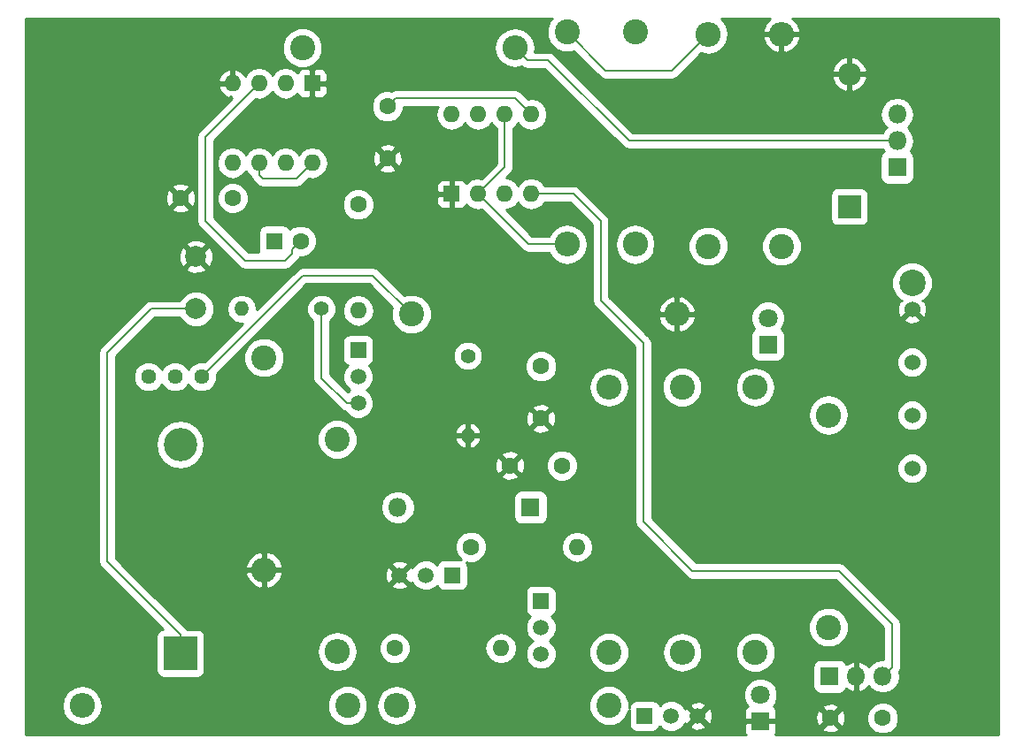
<source format=gbr>
G04 #@! TF.FileFunction,Copper,L2,Bot,Signal*
%FSLAX46Y46*%
G04 Gerber Fmt 4.6, Leading zero omitted, Abs format (unit mm)*
G04 Created by KiCad (PCBNEW 4.0.6) date 06/15/17 21:01:38*
%MOMM*%
%LPD*%
G01*
G04 APERTURE LIST*
%ADD10C,0.100000*%
%ADD11C,2.400000*%
%ADD12O,2.400000X2.400000*%
%ADD13C,1.440000*%
%ADD14R,3.200000X3.200000*%
%ADD15O,3.200000X3.200000*%
%ADD16C,1.520000*%
%ADD17R,1.520000X1.520000*%
%ADD18R,2.200000X2.200000*%
%ADD19O,2.200000X2.200000*%
%ADD20C,1.524000*%
%ADD21C,2.530000*%
%ADD22R,1.800000X1.800000*%
%ADD23O,1.800000X1.800000*%
%ADD24C,1.600000*%
%ADD25C,1.800000*%
%ADD26C,1.400000*%
%ADD27O,1.400000X1.400000*%
%ADD28C,2.000000*%
%ADD29R,1.600000X1.600000*%
%ADD30O,1.600000X1.600000*%
%ADD31C,0.200000*%
%ADD32C,0.500000*%
%ADD33C,0.254000*%
G04 APERTURE END LIST*
D10*
D11*
X183000000Y-80500000D03*
D12*
X183000000Y-60180000D03*
D13*
X127540000Y-93000000D03*
X125000000Y-93000000D03*
X122460000Y-93000000D03*
D14*
X125500000Y-119500000D03*
D15*
X125500000Y-99500000D03*
D16*
X142500000Y-93000000D03*
X142500000Y-95540000D03*
D17*
X142500000Y-90460000D03*
D11*
X133500000Y-91180000D03*
D12*
X133500000Y-111500000D03*
D11*
X141500000Y-124500000D03*
D12*
X116100000Y-124500000D03*
D11*
X140500000Y-99000000D03*
D12*
X140500000Y-119320000D03*
D11*
X176000000Y-80500000D03*
D12*
X176000000Y-60180000D03*
D18*
X189500000Y-76700000D03*
D19*
X189500000Y-64000000D03*
D20*
X195500000Y-101780000D03*
X195500000Y-96700000D03*
X195500000Y-91620000D03*
X195500000Y-86540000D03*
D21*
X195500000Y-84000000D03*
D22*
X194072255Y-72947651D03*
D23*
X194072255Y-70407651D03*
X194072255Y-67867651D03*
D11*
X180500000Y-119400000D03*
D12*
X180500000Y-94000000D03*
D24*
X192700000Y-125700000D03*
X187700000Y-125700000D03*
D22*
X181000000Y-126000000D03*
D25*
X181000000Y-123460000D03*
D11*
X166500000Y-119400000D03*
D12*
X166500000Y-94000000D03*
D16*
X172460000Y-125500000D03*
X175000000Y-125500000D03*
D17*
X169920000Y-125500000D03*
D11*
X173500000Y-94000000D03*
D12*
X173500000Y-119400000D03*
D11*
X187500000Y-117000000D03*
D12*
X187500000Y-96680000D03*
D22*
X187620000Y-121700000D03*
D23*
X190160000Y-121700000D03*
X192700000Y-121700000D03*
D26*
X139000000Y-86500000D03*
D27*
X131380000Y-86500000D03*
D28*
X127000000Y-86500000D03*
X127000000Y-81500000D03*
D24*
X145300000Y-67100000D03*
X145300000Y-72100000D03*
D29*
X134500000Y-80000000D03*
D24*
X137000000Y-80000000D03*
X130500000Y-75900000D03*
X125500000Y-75900000D03*
D11*
X137180000Y-61500000D03*
D12*
X157500000Y-61500000D03*
D24*
X142500000Y-76500000D03*
D30*
X142500000Y-86660000D03*
D29*
X138100000Y-64900000D03*
D30*
X130480000Y-72520000D03*
X135560000Y-64900000D03*
X133020000Y-72520000D03*
X133020000Y-64900000D03*
X135560000Y-72520000D03*
X130480000Y-64900000D03*
X138100000Y-72520000D03*
D26*
X153000000Y-91000000D03*
D27*
X153000000Y-98620000D03*
D24*
X160000000Y-92000000D03*
X160000000Y-97000000D03*
D11*
X169000000Y-60000000D03*
D12*
X169000000Y-80320000D03*
D11*
X147600000Y-87000000D03*
D12*
X173000000Y-87000000D03*
D11*
X162500000Y-60000000D03*
D12*
X162500000Y-80320000D03*
D29*
X151460000Y-75500000D03*
D30*
X159080000Y-67880000D03*
X154000000Y-75500000D03*
X156540000Y-67880000D03*
X156540000Y-75500000D03*
X154000000Y-67880000D03*
X159080000Y-75500000D03*
X151460000Y-67880000D03*
D24*
X162000000Y-101500000D03*
X157000000Y-101500000D03*
D22*
X159000000Y-105500000D03*
D23*
X146300000Y-105500000D03*
D16*
X160000000Y-117000000D03*
X160000000Y-119540000D03*
D17*
X160000000Y-114460000D03*
D24*
X153300000Y-109300000D03*
D30*
X163460000Y-109300000D03*
D16*
X149000000Y-112000000D03*
X146460000Y-112000000D03*
D17*
X151540000Y-112000000D03*
D11*
X166500000Y-124500000D03*
D12*
X146180000Y-124500000D03*
D24*
X146000000Y-119000000D03*
D30*
X156160000Y-119000000D03*
D22*
X181700000Y-89900000D03*
D25*
X181700000Y-87360000D03*
D31*
X162500000Y-80320000D02*
X158820000Y-80320000D01*
X158820000Y-80320000D02*
X154000000Y-75500000D01*
X154000000Y-75500000D02*
X156540000Y-72960000D01*
X156540000Y-72960000D02*
X156540000Y-67880000D01*
D32*
X195040000Y-87000000D02*
X195500000Y-86540000D01*
D31*
X118500000Y-90700000D02*
X122700000Y-86500000D01*
X122700000Y-86500000D02*
X127000000Y-86500000D01*
X118500000Y-110700000D02*
X118500000Y-90700000D01*
X125500000Y-119500000D02*
X125500000Y-117700000D01*
X125500000Y-117700000D02*
X118500000Y-110700000D01*
X145300000Y-67100000D02*
X146099999Y-66300001D01*
X146099999Y-66300001D02*
X157500001Y-66300001D01*
X157500001Y-66300001D02*
X158280001Y-67080001D01*
X158280001Y-67080001D02*
X159080000Y-67880000D01*
X192700000Y-121700000D02*
X193599999Y-120800001D01*
X193599999Y-120800001D02*
X193599999Y-116699999D01*
X193599999Y-116699999D02*
X188500000Y-111600000D01*
X188500000Y-111600000D02*
X174500000Y-111600000D01*
X174500000Y-111600000D02*
X169800000Y-106900000D01*
X169800000Y-106900000D02*
X169800000Y-89800000D01*
X169800000Y-89800000D02*
X165700000Y-85700000D01*
X165700000Y-85700000D02*
X165700000Y-78100000D01*
X165700000Y-78100000D02*
X163100000Y-75500000D01*
X163100000Y-75500000D02*
X159080000Y-75500000D01*
X133020000Y-72520000D02*
X133020000Y-73651370D01*
X133020000Y-73651370D02*
X133388631Y-74020001D01*
X133388631Y-74020001D02*
X136599999Y-74020001D01*
X136599999Y-74020001D02*
X137300001Y-73319999D01*
X137300001Y-73319999D02*
X138100000Y-72520000D01*
X142500000Y-95540000D02*
X141425198Y-95540000D01*
X141425198Y-95540000D02*
X139000000Y-93114802D01*
X139000000Y-93114802D02*
X139000000Y-87489949D01*
X139000000Y-87489949D02*
X139000000Y-86500000D01*
X135500000Y-81900000D02*
X136200001Y-81199999D01*
X136200001Y-81199999D02*
X136200001Y-80799999D01*
X136200001Y-80799999D02*
X137000000Y-80000000D01*
X131700000Y-81900000D02*
X135500000Y-81900000D01*
X127900000Y-78100000D02*
X131700000Y-81900000D01*
X127900000Y-70020000D02*
X127900000Y-78100000D01*
X133020000Y-64900000D02*
X127900000Y-70020000D01*
X160699999Y-62699999D02*
X168407651Y-70407651D01*
X168407651Y-70407651D02*
X194072255Y-70407651D01*
X157500000Y-61500000D02*
X158699999Y-62699999D01*
X158699999Y-62699999D02*
X160699999Y-62699999D01*
X166200000Y-63700000D02*
X172480000Y-63700000D01*
X172480000Y-63700000D02*
X176000000Y-60180000D01*
X162500000Y-60000000D02*
X166200000Y-63700000D01*
X147600000Y-87000000D02*
X143900000Y-83300000D01*
X143900000Y-83300000D02*
X137240000Y-83300000D01*
X137240000Y-83300000D02*
X127540000Y-93000000D01*
D33*
G36*
X160867322Y-58907017D02*
X160573335Y-59615014D01*
X160572666Y-60381622D01*
X160865416Y-61090132D01*
X161407017Y-61632678D01*
X162115014Y-61926665D01*
X162881622Y-61927334D01*
X163147798Y-61817352D01*
X165615223Y-64284777D01*
X165883521Y-64464048D01*
X166200000Y-64527000D01*
X172480000Y-64527000D01*
X172796479Y-64464048D01*
X172898135Y-64396123D01*
X187810817Y-64396123D01*
X188090988Y-65012392D01*
X188585668Y-65474534D01*
X189103878Y-65689175D01*
X189373000Y-65571125D01*
X189373000Y-64127000D01*
X189627000Y-64127000D01*
X189627000Y-65571125D01*
X189896122Y-65689175D01*
X190414332Y-65474534D01*
X190909012Y-65012392D01*
X191189183Y-64396123D01*
X191071604Y-64127000D01*
X189627000Y-64127000D01*
X189373000Y-64127000D01*
X187928396Y-64127000D01*
X187810817Y-64396123D01*
X172898135Y-64396123D01*
X173064777Y-64284777D01*
X173745677Y-63603877D01*
X187810817Y-63603877D01*
X187928396Y-63873000D01*
X189373000Y-63873000D01*
X189373000Y-62428875D01*
X189627000Y-62428875D01*
X189627000Y-63873000D01*
X191071604Y-63873000D01*
X191189183Y-63603877D01*
X190909012Y-62987608D01*
X190414332Y-62525466D01*
X189896122Y-62310825D01*
X189627000Y-62428875D01*
X189373000Y-62428875D01*
X189103878Y-62310825D01*
X188585668Y-62525466D01*
X188090988Y-62987608D01*
X187810817Y-63603877D01*
X173745677Y-63603877D01*
X175336734Y-62012820D01*
X176000000Y-62144752D01*
X176737431Y-61998068D01*
X177362595Y-61580347D01*
X177780316Y-60955183D01*
X177852595Y-60591807D01*
X181211797Y-60591807D01*
X181505508Y-61244776D01*
X182026742Y-61735642D01*
X182588195Y-61968195D01*
X182873000Y-61851432D01*
X182873000Y-60307000D01*
X183127000Y-60307000D01*
X183127000Y-61851432D01*
X183411805Y-61968195D01*
X183973258Y-61735642D01*
X184494492Y-61244776D01*
X184788203Y-60591807D01*
X184671858Y-60307000D01*
X183127000Y-60307000D01*
X182873000Y-60307000D01*
X181328142Y-60307000D01*
X181211797Y-60591807D01*
X177852595Y-60591807D01*
X177927000Y-60217752D01*
X177927000Y-60142248D01*
X177780316Y-59404817D01*
X177362595Y-58779653D01*
X177258352Y-58710000D01*
X181935802Y-58710000D01*
X181505508Y-59115224D01*
X181211797Y-59768193D01*
X181328142Y-60053000D01*
X182873000Y-60053000D01*
X182873000Y-60033000D01*
X183127000Y-60033000D01*
X183127000Y-60053000D01*
X184671858Y-60053000D01*
X184788203Y-59768193D01*
X184494492Y-59115224D01*
X184064198Y-58710000D01*
X203790000Y-58710000D01*
X203790000Y-127290000D01*
X182408025Y-127290000D01*
X182438327Y-127259698D01*
X182535000Y-127026309D01*
X182535000Y-126707745D01*
X186871861Y-126707745D01*
X186945995Y-126953864D01*
X187483223Y-127146965D01*
X188053454Y-127119778D01*
X188454005Y-126953864D01*
X188528139Y-126707745D01*
X187700000Y-125879605D01*
X186871861Y-126707745D01*
X182535000Y-126707745D01*
X182535000Y-126285750D01*
X182376250Y-126127000D01*
X181127000Y-126127000D01*
X181127000Y-126147000D01*
X180873000Y-126147000D01*
X180873000Y-126127000D01*
X179623750Y-126127000D01*
X179465000Y-126285750D01*
X179465000Y-127026309D01*
X179561673Y-127259698D01*
X179591975Y-127290000D01*
X110710000Y-127290000D01*
X110710000Y-124500000D01*
X114135248Y-124500000D01*
X114281932Y-125237431D01*
X114699653Y-125862595D01*
X115324817Y-126280316D01*
X116062248Y-126427000D01*
X116137752Y-126427000D01*
X116875183Y-126280316D01*
X117500347Y-125862595D01*
X117918068Y-125237431D01*
X117988842Y-124881622D01*
X139572666Y-124881622D01*
X139865416Y-125590132D01*
X140407017Y-126132678D01*
X141115014Y-126426665D01*
X141881622Y-126427334D01*
X142590132Y-126134584D01*
X143132678Y-125592983D01*
X143426665Y-124884986D01*
X143427000Y-124500000D01*
X144215248Y-124500000D01*
X144361932Y-125237431D01*
X144779653Y-125862595D01*
X145404817Y-126280316D01*
X146142248Y-126427000D01*
X146217752Y-126427000D01*
X146955183Y-126280316D01*
X147580347Y-125862595D01*
X147998068Y-125237431D01*
X148068842Y-124881622D01*
X164572666Y-124881622D01*
X164865416Y-125590132D01*
X165407017Y-126132678D01*
X166115014Y-126426665D01*
X166881622Y-126427334D01*
X167590132Y-126134584D01*
X168132678Y-125592983D01*
X168418758Y-124904028D01*
X168418758Y-126260000D01*
X168469451Y-126529410D01*
X168628672Y-126776846D01*
X168871615Y-126942843D01*
X169160000Y-127001242D01*
X170680000Y-127001242D01*
X170949410Y-126950549D01*
X171196846Y-126791328D01*
X171362843Y-126548385D01*
X171370029Y-126512898D01*
X171616582Y-126759882D01*
X172162920Y-126986741D01*
X172754485Y-126987258D01*
X173301217Y-126761352D01*
X173584299Y-126478764D01*
X174200841Y-126478764D01*
X174270059Y-126720742D01*
X174792780Y-126907155D01*
X175347049Y-126879341D01*
X175729941Y-126720742D01*
X175799159Y-126478764D01*
X175000000Y-125679605D01*
X174200841Y-126478764D01*
X173584299Y-126478764D01*
X173719882Y-126343418D01*
X173773137Y-126215165D01*
X173779258Y-126229941D01*
X174021236Y-126299159D01*
X174820395Y-125500000D01*
X175179605Y-125500000D01*
X175978764Y-126299159D01*
X176220742Y-126229941D01*
X176407155Y-125707220D01*
X176379341Y-125152951D01*
X176220742Y-124770059D01*
X175978764Y-124700841D01*
X175179605Y-125500000D01*
X174820395Y-125500000D01*
X174021236Y-124700841D01*
X173779258Y-124770059D01*
X173773733Y-124785553D01*
X173721352Y-124658783D01*
X173584046Y-124521236D01*
X174200841Y-124521236D01*
X175000000Y-125320395D01*
X175799159Y-124521236D01*
X175729941Y-124279258D01*
X175207220Y-124092845D01*
X174652951Y-124120659D01*
X174270059Y-124279258D01*
X174200841Y-124521236D01*
X173584046Y-124521236D01*
X173303418Y-124240118D01*
X172757080Y-124013259D01*
X172165515Y-124012742D01*
X171618783Y-124238648D01*
X171373061Y-124483941D01*
X171370549Y-124470590D01*
X171211328Y-124223154D01*
X170968385Y-124057157D01*
X170680000Y-123998758D01*
X169160000Y-123998758D01*
X168890590Y-124049451D01*
X168643154Y-124208672D01*
X168477157Y-124451615D01*
X168426826Y-124700157D01*
X168427334Y-124118378D01*
X168288433Y-123782211D01*
X179372718Y-123782211D01*
X179619892Y-124380418D01*
X179783124Y-124543935D01*
X179740301Y-124561673D01*
X179561673Y-124740302D01*
X179465000Y-124973691D01*
X179465000Y-125714250D01*
X179623750Y-125873000D01*
X180873000Y-125873000D01*
X180873000Y-125853000D01*
X181127000Y-125853000D01*
X181127000Y-125873000D01*
X182376250Y-125873000D01*
X182535000Y-125714250D01*
X182535000Y-125483223D01*
X186253035Y-125483223D01*
X186280222Y-126053454D01*
X186446136Y-126454005D01*
X186692255Y-126528139D01*
X187520395Y-125700000D01*
X187879605Y-125700000D01*
X188707745Y-126528139D01*
X188953864Y-126454005D01*
X189116186Y-126002407D01*
X191172735Y-126002407D01*
X191404717Y-126563846D01*
X191833894Y-126993773D01*
X192394928Y-127226735D01*
X193002407Y-127227265D01*
X193563846Y-126995283D01*
X193993773Y-126566106D01*
X194226735Y-126005072D01*
X194227265Y-125397593D01*
X193995283Y-124836154D01*
X193566106Y-124406227D01*
X193005072Y-124173265D01*
X192397593Y-124172735D01*
X191836154Y-124404717D01*
X191406227Y-124833894D01*
X191173265Y-125394928D01*
X191172735Y-126002407D01*
X189116186Y-126002407D01*
X189146965Y-125916777D01*
X189119778Y-125346546D01*
X188953864Y-124945995D01*
X188707745Y-124871861D01*
X187879605Y-125700000D01*
X187520395Y-125700000D01*
X186692255Y-124871861D01*
X186446136Y-124945995D01*
X186253035Y-125483223D01*
X182535000Y-125483223D01*
X182535000Y-124973691D01*
X182438327Y-124740302D01*
X182390281Y-124692255D01*
X186871861Y-124692255D01*
X187700000Y-125520395D01*
X188528139Y-124692255D01*
X188454005Y-124446136D01*
X187916777Y-124253035D01*
X187346546Y-124280222D01*
X186945995Y-124446136D01*
X186871861Y-124692255D01*
X182390281Y-124692255D01*
X182259699Y-124561673D01*
X182217040Y-124544003D01*
X182378499Y-124382825D01*
X182626717Y-123785050D01*
X182627282Y-123137789D01*
X182380108Y-122539582D01*
X181922825Y-122081501D01*
X181325050Y-121833283D01*
X180677789Y-121832718D01*
X180079582Y-122079892D01*
X179621501Y-122537175D01*
X179373283Y-123134950D01*
X179372718Y-123782211D01*
X168288433Y-123782211D01*
X168134584Y-123409868D01*
X167592983Y-122867322D01*
X166884986Y-122573335D01*
X166118378Y-122572666D01*
X165409868Y-122865416D01*
X164867322Y-123407017D01*
X164573335Y-124115014D01*
X164572666Y-124881622D01*
X148068842Y-124881622D01*
X148144752Y-124500000D01*
X147998068Y-123762569D01*
X147580347Y-123137405D01*
X146955183Y-122719684D01*
X146217752Y-122573000D01*
X146142248Y-122573000D01*
X145404817Y-122719684D01*
X144779653Y-123137405D01*
X144361932Y-123762569D01*
X144215248Y-124500000D01*
X143427000Y-124500000D01*
X143427334Y-124118378D01*
X143134584Y-123409868D01*
X142592983Y-122867322D01*
X141884986Y-122573335D01*
X141118378Y-122572666D01*
X140409868Y-122865416D01*
X139867322Y-123407017D01*
X139573335Y-124115014D01*
X139572666Y-124881622D01*
X117988842Y-124881622D01*
X118064752Y-124500000D01*
X117918068Y-123762569D01*
X117500347Y-123137405D01*
X116875183Y-122719684D01*
X116137752Y-122573000D01*
X116062248Y-122573000D01*
X115324817Y-122719684D01*
X114699653Y-123137405D01*
X114281932Y-123762569D01*
X114135248Y-124500000D01*
X110710000Y-124500000D01*
X110710000Y-90700000D01*
X117673000Y-90700000D01*
X117673000Y-110700000D01*
X117735952Y-111016479D01*
X117915223Y-111284777D01*
X123806750Y-117176304D01*
X123630590Y-117209451D01*
X123383154Y-117368672D01*
X123217157Y-117611615D01*
X123158758Y-117900000D01*
X123158758Y-121100000D01*
X123209451Y-121369410D01*
X123368672Y-121616846D01*
X123611615Y-121782843D01*
X123900000Y-121841242D01*
X127100000Y-121841242D01*
X127369410Y-121790549D01*
X127616846Y-121631328D01*
X127782843Y-121388385D01*
X127841242Y-121100000D01*
X127841242Y-119282248D01*
X138573000Y-119282248D01*
X138573000Y-119357752D01*
X138719684Y-120095183D01*
X139137405Y-120720347D01*
X139762569Y-121138068D01*
X140500000Y-121284752D01*
X141237431Y-121138068D01*
X141862595Y-120720347D01*
X142280316Y-120095183D01*
X142427000Y-119357752D01*
X142427000Y-119302407D01*
X144472735Y-119302407D01*
X144704717Y-119863846D01*
X145133894Y-120293773D01*
X145694928Y-120526735D01*
X146302407Y-120527265D01*
X146863846Y-120295283D01*
X147293773Y-119866106D01*
X147526735Y-119305072D01*
X147527001Y-119000000D01*
X154603084Y-119000000D01*
X154719320Y-119584358D01*
X155050332Y-120079752D01*
X155545726Y-120410764D01*
X156130084Y-120527000D01*
X156189916Y-120527000D01*
X156774274Y-120410764D01*
X157269668Y-120079752D01*
X157600680Y-119584358D01*
X157716916Y-119000000D01*
X157600680Y-118415642D01*
X157269668Y-117920248D01*
X156774274Y-117589236D01*
X156189916Y-117473000D01*
X156130084Y-117473000D01*
X155545726Y-117589236D01*
X155050332Y-117920248D01*
X154719320Y-118415642D01*
X154603084Y-119000000D01*
X147527001Y-119000000D01*
X147527265Y-118697593D01*
X147295283Y-118136154D01*
X146866106Y-117706227D01*
X146305072Y-117473265D01*
X145697593Y-117472735D01*
X145136154Y-117704717D01*
X144706227Y-118133894D01*
X144473265Y-118694928D01*
X144472735Y-119302407D01*
X142427000Y-119302407D01*
X142427000Y-119282248D01*
X142280316Y-118544817D01*
X141862595Y-117919653D01*
X141237431Y-117501932D01*
X140500000Y-117355248D01*
X139762569Y-117501932D01*
X139137405Y-117919653D01*
X138719684Y-118544817D01*
X138573000Y-119282248D01*
X127841242Y-119282248D01*
X127841242Y-117900000D01*
X127790549Y-117630590D01*
X127631328Y-117383154D01*
X127388385Y-117217157D01*
X127100000Y-117158758D01*
X126113866Y-117158758D01*
X126084777Y-117115223D01*
X122669554Y-113700000D01*
X158498758Y-113700000D01*
X158498758Y-115220000D01*
X158549451Y-115489410D01*
X158708672Y-115736846D01*
X158951615Y-115902843D01*
X158987102Y-115910029D01*
X158740118Y-116156582D01*
X158513259Y-116702920D01*
X158512742Y-117294485D01*
X158738648Y-117841217D01*
X159156582Y-118259882D01*
X159180332Y-118269744D01*
X159158783Y-118278648D01*
X158740118Y-118696582D01*
X158513259Y-119242920D01*
X158512742Y-119834485D01*
X158738648Y-120381217D01*
X159156582Y-120799882D01*
X159702920Y-121026741D01*
X160294485Y-121027258D01*
X160841217Y-120801352D01*
X161259882Y-120383418D01*
X161486741Y-119837080D01*
X161486789Y-119781622D01*
X164572666Y-119781622D01*
X164865416Y-120490132D01*
X165407017Y-121032678D01*
X166115014Y-121326665D01*
X166881622Y-121327334D01*
X167590132Y-121034584D01*
X168132678Y-120492983D01*
X168426665Y-119784986D01*
X168427033Y-119362248D01*
X171573000Y-119362248D01*
X171573000Y-119437752D01*
X171719684Y-120175183D01*
X172137405Y-120800347D01*
X172762569Y-121218068D01*
X173500000Y-121364752D01*
X174237431Y-121218068D01*
X174862595Y-120800347D01*
X175280316Y-120175183D01*
X175358600Y-119781622D01*
X178572666Y-119781622D01*
X178865416Y-120490132D01*
X179407017Y-121032678D01*
X180115014Y-121326665D01*
X180881622Y-121327334D01*
X181590132Y-121034584D01*
X181825125Y-120800000D01*
X185978758Y-120800000D01*
X185978758Y-122600000D01*
X186029451Y-122869410D01*
X186188672Y-123116846D01*
X186431615Y-123282843D01*
X186720000Y-123341242D01*
X188520000Y-123341242D01*
X188789410Y-123290549D01*
X189036846Y-123131328D01*
X189202843Y-122888385D01*
X189203593Y-122884684D01*
X189252424Y-122937966D01*
X189795258Y-123191046D01*
X190033000Y-123070997D01*
X190033000Y-121827000D01*
X190013000Y-121827000D01*
X190013000Y-121573000D01*
X190033000Y-121573000D01*
X190033000Y-120329003D01*
X189795258Y-120208954D01*
X189252424Y-120462034D01*
X189201905Y-120517157D01*
X189051328Y-120283154D01*
X188808385Y-120117157D01*
X188520000Y-120058758D01*
X186720000Y-120058758D01*
X186450590Y-120109451D01*
X186203154Y-120268672D01*
X186037157Y-120511615D01*
X185978758Y-120800000D01*
X181825125Y-120800000D01*
X182132678Y-120492983D01*
X182426665Y-119784986D01*
X182427334Y-119018378D01*
X182134584Y-118309868D01*
X181592983Y-117767322D01*
X180884986Y-117473335D01*
X180118378Y-117472666D01*
X179409868Y-117765416D01*
X178867322Y-118307017D01*
X178573335Y-119015014D01*
X178572666Y-119781622D01*
X175358600Y-119781622D01*
X175427000Y-119437752D01*
X175427000Y-119362248D01*
X175280316Y-118624817D01*
X174862595Y-117999653D01*
X174237431Y-117581932D01*
X173500000Y-117435248D01*
X172762569Y-117581932D01*
X172137405Y-117999653D01*
X171719684Y-118624817D01*
X171573000Y-119362248D01*
X168427033Y-119362248D01*
X168427334Y-119018378D01*
X168134584Y-118309868D01*
X167592983Y-117767322D01*
X166884986Y-117473335D01*
X166118378Y-117472666D01*
X165409868Y-117765416D01*
X164867322Y-118307017D01*
X164573335Y-119015014D01*
X164572666Y-119781622D01*
X161486789Y-119781622D01*
X161487258Y-119245515D01*
X161261352Y-118698783D01*
X160843418Y-118280118D01*
X160819668Y-118270256D01*
X160841217Y-118261352D01*
X161259882Y-117843418D01*
X161451636Y-117381622D01*
X185572666Y-117381622D01*
X185865416Y-118090132D01*
X186407017Y-118632678D01*
X187115014Y-118926665D01*
X187881622Y-118927334D01*
X188590132Y-118634584D01*
X189132678Y-118092983D01*
X189426665Y-117384986D01*
X189427334Y-116618378D01*
X189134584Y-115909868D01*
X188592983Y-115367322D01*
X187884986Y-115073335D01*
X187118378Y-115072666D01*
X186409868Y-115365416D01*
X185867322Y-115907017D01*
X185573335Y-116615014D01*
X185572666Y-117381622D01*
X161451636Y-117381622D01*
X161486741Y-117297080D01*
X161487258Y-116705515D01*
X161261352Y-116158783D01*
X161016059Y-115913061D01*
X161029410Y-115910549D01*
X161276846Y-115751328D01*
X161442843Y-115508385D01*
X161501242Y-115220000D01*
X161501242Y-113700000D01*
X161450549Y-113430590D01*
X161291328Y-113183154D01*
X161048385Y-113017157D01*
X160760000Y-112958758D01*
X159240000Y-112958758D01*
X158970590Y-113009451D01*
X158723154Y-113168672D01*
X158557157Y-113411615D01*
X158498758Y-113700000D01*
X122669554Y-113700000D01*
X120881361Y-111911807D01*
X131711797Y-111911807D01*
X132005508Y-112564776D01*
X132526742Y-113055642D01*
X133088195Y-113288195D01*
X133373000Y-113171432D01*
X133373000Y-111627000D01*
X133627000Y-111627000D01*
X133627000Y-113171432D01*
X133911805Y-113288195D01*
X134473258Y-113055642D01*
X134554892Y-112978764D01*
X145660841Y-112978764D01*
X145730059Y-113220742D01*
X146252780Y-113407155D01*
X146807049Y-113379341D01*
X147189941Y-113220742D01*
X147259159Y-112978764D01*
X146460000Y-112179605D01*
X145660841Y-112978764D01*
X134554892Y-112978764D01*
X134994492Y-112564776D01*
X135288203Y-111911807D01*
X135239580Y-111792780D01*
X145052845Y-111792780D01*
X145080659Y-112347049D01*
X145239258Y-112729941D01*
X145481236Y-112799159D01*
X146280395Y-112000000D01*
X146639605Y-112000000D01*
X147438764Y-112799159D01*
X147680742Y-112729941D01*
X147686267Y-112714447D01*
X147738648Y-112841217D01*
X148156582Y-113259882D01*
X148702920Y-113486741D01*
X149294485Y-113487258D01*
X149841217Y-113261352D01*
X150086939Y-113016059D01*
X150089451Y-113029410D01*
X150248672Y-113276846D01*
X150491615Y-113442843D01*
X150780000Y-113501242D01*
X152300000Y-113501242D01*
X152569410Y-113450549D01*
X152816846Y-113291328D01*
X152982843Y-113048385D01*
X153041242Y-112760000D01*
X153041242Y-111240000D01*
X152990549Y-110970590D01*
X152862631Y-110771801D01*
X152994928Y-110826735D01*
X153602407Y-110827265D01*
X154163846Y-110595283D01*
X154593773Y-110166106D01*
X154826735Y-109605072D01*
X154827001Y-109300000D01*
X161903084Y-109300000D01*
X162019320Y-109884358D01*
X162350332Y-110379752D01*
X162845726Y-110710764D01*
X163430084Y-110827000D01*
X163489916Y-110827000D01*
X164074274Y-110710764D01*
X164569668Y-110379752D01*
X164900680Y-109884358D01*
X165016916Y-109300000D01*
X164900680Y-108715642D01*
X164569668Y-108220248D01*
X164074274Y-107889236D01*
X163489916Y-107773000D01*
X163430084Y-107773000D01*
X162845726Y-107889236D01*
X162350332Y-108220248D01*
X162019320Y-108715642D01*
X161903084Y-109300000D01*
X154827001Y-109300000D01*
X154827265Y-108997593D01*
X154595283Y-108436154D01*
X154166106Y-108006227D01*
X153605072Y-107773265D01*
X152997593Y-107772735D01*
X152436154Y-108004717D01*
X152006227Y-108433894D01*
X151773265Y-108994928D01*
X151772735Y-109602407D01*
X152004717Y-110163846D01*
X152348937Y-110508668D01*
X152300000Y-110498758D01*
X150780000Y-110498758D01*
X150510590Y-110549451D01*
X150263154Y-110708672D01*
X150097157Y-110951615D01*
X150089971Y-110987102D01*
X149843418Y-110740118D01*
X149297080Y-110513259D01*
X148705515Y-110512742D01*
X148158783Y-110738648D01*
X147740118Y-111156582D01*
X147686863Y-111284835D01*
X147680742Y-111270059D01*
X147438764Y-111200841D01*
X146639605Y-112000000D01*
X146280395Y-112000000D01*
X145481236Y-111200841D01*
X145239258Y-111270059D01*
X145052845Y-111792780D01*
X135239580Y-111792780D01*
X135171858Y-111627000D01*
X133627000Y-111627000D01*
X133373000Y-111627000D01*
X131828142Y-111627000D01*
X131711797Y-111911807D01*
X120881361Y-111911807D01*
X120057747Y-111088193D01*
X131711797Y-111088193D01*
X131828142Y-111373000D01*
X133373000Y-111373000D01*
X133373000Y-109828568D01*
X133627000Y-109828568D01*
X133627000Y-111373000D01*
X135171858Y-111373000D01*
X135288203Y-111088193D01*
X135258086Y-111021236D01*
X145660841Y-111021236D01*
X146460000Y-111820395D01*
X147259159Y-111021236D01*
X147189941Y-110779258D01*
X146667220Y-110592845D01*
X146112951Y-110620659D01*
X145730059Y-110779258D01*
X145660841Y-111021236D01*
X135258086Y-111021236D01*
X134994492Y-110435224D01*
X134473258Y-109944358D01*
X133911805Y-109711805D01*
X133627000Y-109828568D01*
X133373000Y-109828568D01*
X133088195Y-109711805D01*
X132526742Y-109944358D01*
X132005508Y-110435224D01*
X131711797Y-111088193D01*
X120057747Y-111088193D01*
X119327000Y-110357446D01*
X119327000Y-105500000D01*
X144641125Y-105500000D01*
X144764973Y-106122626D01*
X145117662Y-106650463D01*
X145645499Y-107003152D01*
X146268125Y-107127000D01*
X146331875Y-107127000D01*
X146954501Y-107003152D01*
X147482338Y-106650463D01*
X147835027Y-106122626D01*
X147958875Y-105500000D01*
X147835027Y-104877374D01*
X147649692Y-104600000D01*
X157358758Y-104600000D01*
X157358758Y-106400000D01*
X157409451Y-106669410D01*
X157568672Y-106916846D01*
X157811615Y-107082843D01*
X158100000Y-107141242D01*
X159900000Y-107141242D01*
X160169410Y-107090549D01*
X160416846Y-106931328D01*
X160582843Y-106688385D01*
X160641242Y-106400000D01*
X160641242Y-104600000D01*
X160590549Y-104330590D01*
X160431328Y-104083154D01*
X160188385Y-103917157D01*
X159900000Y-103858758D01*
X158100000Y-103858758D01*
X157830590Y-103909451D01*
X157583154Y-104068672D01*
X157417157Y-104311615D01*
X157358758Y-104600000D01*
X147649692Y-104600000D01*
X147482338Y-104349537D01*
X146954501Y-103996848D01*
X146331875Y-103873000D01*
X146268125Y-103873000D01*
X145645499Y-103996848D01*
X145117662Y-104349537D01*
X144764973Y-104877374D01*
X144641125Y-105500000D01*
X119327000Y-105500000D01*
X119327000Y-102507745D01*
X156171861Y-102507745D01*
X156245995Y-102753864D01*
X156783223Y-102946965D01*
X157353454Y-102919778D01*
X157754005Y-102753864D01*
X157828139Y-102507745D01*
X157000000Y-101679605D01*
X156171861Y-102507745D01*
X119327000Y-102507745D01*
X119327000Y-99454411D01*
X123173000Y-99454411D01*
X123173000Y-99545589D01*
X123350132Y-100436093D01*
X123854563Y-101191026D01*
X124609496Y-101695457D01*
X125500000Y-101872589D01*
X126390504Y-101695457D01*
X127007454Y-101283223D01*
X155553035Y-101283223D01*
X155580222Y-101853454D01*
X155746136Y-102254005D01*
X155992255Y-102328139D01*
X156820395Y-101500000D01*
X157179605Y-101500000D01*
X158007745Y-102328139D01*
X158253864Y-102254005D01*
X158416186Y-101802407D01*
X160472735Y-101802407D01*
X160704717Y-102363846D01*
X161133894Y-102793773D01*
X161694928Y-103026735D01*
X162302407Y-103027265D01*
X162863846Y-102795283D01*
X163293773Y-102366106D01*
X163526735Y-101805072D01*
X163527265Y-101197593D01*
X163295283Y-100636154D01*
X162866106Y-100206227D01*
X162305072Y-99973265D01*
X161697593Y-99972735D01*
X161136154Y-100204717D01*
X160706227Y-100633894D01*
X160473265Y-101194928D01*
X160472735Y-101802407D01*
X158416186Y-101802407D01*
X158446965Y-101716777D01*
X158419778Y-101146546D01*
X158253864Y-100745995D01*
X158007745Y-100671861D01*
X157179605Y-101500000D01*
X156820395Y-101500000D01*
X155992255Y-100671861D01*
X155746136Y-100745995D01*
X155553035Y-101283223D01*
X127007454Y-101283223D01*
X127145437Y-101191026D01*
X127649868Y-100436093D01*
X127827000Y-99545589D01*
X127827000Y-99454411D01*
X127812522Y-99381622D01*
X138572666Y-99381622D01*
X138865416Y-100090132D01*
X139407017Y-100632678D01*
X140115014Y-100926665D01*
X140881622Y-100927334D01*
X141590132Y-100634584D01*
X141732709Y-100492255D01*
X156171861Y-100492255D01*
X157000000Y-101320395D01*
X157828139Y-100492255D01*
X157754005Y-100246136D01*
X157216777Y-100053035D01*
X156646546Y-100080222D01*
X156245995Y-100246136D01*
X156171861Y-100492255D01*
X141732709Y-100492255D01*
X142132678Y-100092983D01*
X142426665Y-99384986D01*
X142427041Y-98953331D01*
X151707273Y-98953331D01*
X151933236Y-99422663D01*
X152321604Y-99769797D01*
X152666671Y-99912716D01*
X152873000Y-99789374D01*
X152873000Y-98747000D01*
X153127000Y-98747000D01*
X153127000Y-99789374D01*
X153333329Y-99912716D01*
X153678396Y-99769797D01*
X154066764Y-99422663D01*
X154292727Y-98953331D01*
X154170206Y-98747000D01*
X153127000Y-98747000D01*
X152873000Y-98747000D01*
X151829794Y-98747000D01*
X151707273Y-98953331D01*
X142427041Y-98953331D01*
X142427334Y-98618378D01*
X142290275Y-98286669D01*
X151707273Y-98286669D01*
X151829794Y-98493000D01*
X152873000Y-98493000D01*
X152873000Y-97450626D01*
X153127000Y-97450626D01*
X153127000Y-98493000D01*
X154170206Y-98493000D01*
X154292727Y-98286669D01*
X154158438Y-98007745D01*
X159171861Y-98007745D01*
X159245995Y-98253864D01*
X159783223Y-98446965D01*
X160353454Y-98419778D01*
X160754005Y-98253864D01*
X160828139Y-98007745D01*
X160000000Y-97179605D01*
X159171861Y-98007745D01*
X154158438Y-98007745D01*
X154066764Y-97817337D01*
X153678396Y-97470203D01*
X153333329Y-97327284D01*
X153127000Y-97450626D01*
X152873000Y-97450626D01*
X152666671Y-97327284D01*
X152321604Y-97470203D01*
X151933236Y-97817337D01*
X151707273Y-98286669D01*
X142290275Y-98286669D01*
X142134584Y-97909868D01*
X141592983Y-97367322D01*
X140884986Y-97073335D01*
X140118378Y-97072666D01*
X139409868Y-97365416D01*
X138867322Y-97907017D01*
X138573335Y-98615014D01*
X138572666Y-99381622D01*
X127812522Y-99381622D01*
X127649868Y-98563907D01*
X127145437Y-97808974D01*
X126390504Y-97304543D01*
X125500000Y-97127411D01*
X124609496Y-97304543D01*
X123854563Y-97808974D01*
X123350132Y-98563907D01*
X123173000Y-99454411D01*
X119327000Y-99454411D01*
X119327000Y-93286563D01*
X121012750Y-93286563D01*
X121232578Y-93818589D01*
X121639270Y-94225991D01*
X122170911Y-94446748D01*
X122746563Y-94447250D01*
X123278589Y-94227422D01*
X123685991Y-93820730D01*
X123729835Y-93715142D01*
X123772578Y-93818589D01*
X124179270Y-94225991D01*
X124710911Y-94446748D01*
X125286563Y-94447250D01*
X125818589Y-94227422D01*
X126225991Y-93820730D01*
X126269835Y-93715142D01*
X126312578Y-93818589D01*
X126719270Y-94225991D01*
X127250911Y-94446748D01*
X127826563Y-94447250D01*
X128358589Y-94227422D01*
X128765991Y-93820730D01*
X128986748Y-93289089D01*
X128987242Y-92722312D01*
X130147932Y-91561622D01*
X131572666Y-91561622D01*
X131865416Y-92270132D01*
X132407017Y-92812678D01*
X133115014Y-93106665D01*
X133881622Y-93107334D01*
X134590132Y-92814584D01*
X135132678Y-92272983D01*
X135426665Y-91564986D01*
X135427334Y-90798378D01*
X135134584Y-90089868D01*
X134592983Y-89547322D01*
X133884986Y-89253335D01*
X133118378Y-89252666D01*
X132409868Y-89545416D01*
X131867322Y-90087017D01*
X131573335Y-90795014D01*
X131572666Y-91561622D01*
X130147932Y-91561622D01*
X134926951Y-86782603D01*
X137572752Y-86782603D01*
X137789543Y-87307275D01*
X138173000Y-87691402D01*
X138173000Y-93114802D01*
X138235952Y-93431281D01*
X138415223Y-93699579D01*
X140840421Y-96124777D01*
X141108719Y-96304048D01*
X141215542Y-96325297D01*
X141238648Y-96381217D01*
X141656582Y-96799882D01*
X142202920Y-97026741D01*
X142794485Y-97027258D01*
X143341217Y-96801352D01*
X143359377Y-96783223D01*
X158553035Y-96783223D01*
X158580222Y-97353454D01*
X158746136Y-97754005D01*
X158992255Y-97828139D01*
X159820395Y-97000000D01*
X160179605Y-97000000D01*
X161007745Y-97828139D01*
X161253864Y-97754005D01*
X161446965Y-97216777D01*
X161419778Y-96646546D01*
X161253864Y-96245995D01*
X161007745Y-96171861D01*
X160179605Y-97000000D01*
X159820395Y-97000000D01*
X158992255Y-96171861D01*
X158746136Y-96245995D01*
X158553035Y-96783223D01*
X143359377Y-96783223D01*
X143759882Y-96383418D01*
X143922306Y-95992255D01*
X159171861Y-95992255D01*
X160000000Y-96820395D01*
X160828139Y-95992255D01*
X160754005Y-95746136D01*
X160216777Y-95553035D01*
X159646546Y-95580222D01*
X159245995Y-95746136D01*
X159171861Y-95992255D01*
X143922306Y-95992255D01*
X143986741Y-95837080D01*
X143987258Y-95245515D01*
X143761352Y-94698783D01*
X143343418Y-94280118D01*
X143319668Y-94270256D01*
X143341217Y-94261352D01*
X143640844Y-93962248D01*
X164573000Y-93962248D01*
X164573000Y-94037752D01*
X164719684Y-94775183D01*
X165137405Y-95400347D01*
X165762569Y-95818068D01*
X166500000Y-95964752D01*
X167237431Y-95818068D01*
X167862595Y-95400347D01*
X168280316Y-94775183D01*
X168427000Y-94037752D01*
X168427000Y-93962248D01*
X168280316Y-93224817D01*
X167862595Y-92599653D01*
X167237431Y-92181932D01*
X166500000Y-92035248D01*
X165762569Y-92181932D01*
X165137405Y-92599653D01*
X164719684Y-93224817D01*
X164573000Y-93962248D01*
X143640844Y-93962248D01*
X143759882Y-93843418D01*
X143986741Y-93297080D01*
X143987258Y-92705515D01*
X143761352Y-92158783D01*
X143516059Y-91913061D01*
X143529410Y-91910549D01*
X143776846Y-91751328D01*
X143942843Y-91508385D01*
X143988564Y-91282603D01*
X151572752Y-91282603D01*
X151789543Y-91807275D01*
X152190614Y-92209047D01*
X152714907Y-92426752D01*
X153282603Y-92427248D01*
X153584739Y-92302407D01*
X158472735Y-92302407D01*
X158704717Y-92863846D01*
X159133894Y-93293773D01*
X159694928Y-93526735D01*
X160302407Y-93527265D01*
X160863846Y-93295283D01*
X161293773Y-92866106D01*
X161526735Y-92305072D01*
X161527265Y-91697593D01*
X161295283Y-91136154D01*
X160866106Y-90706227D01*
X160305072Y-90473265D01*
X159697593Y-90472735D01*
X159136154Y-90704717D01*
X158706227Y-91133894D01*
X158473265Y-91694928D01*
X158472735Y-92302407D01*
X153584739Y-92302407D01*
X153807275Y-92210457D01*
X154209047Y-91809386D01*
X154426752Y-91285093D01*
X154427248Y-90717397D01*
X154210457Y-90192725D01*
X153809386Y-89790953D01*
X153285093Y-89573248D01*
X152717397Y-89572752D01*
X152192725Y-89789543D01*
X151790953Y-90190614D01*
X151573248Y-90714907D01*
X151572752Y-91282603D01*
X143988564Y-91282603D01*
X144001242Y-91220000D01*
X144001242Y-89700000D01*
X143950549Y-89430590D01*
X143791328Y-89183154D01*
X143548385Y-89017157D01*
X143260000Y-88958758D01*
X141740000Y-88958758D01*
X141470590Y-89009451D01*
X141223154Y-89168672D01*
X141057157Y-89411615D01*
X140998758Y-89700000D01*
X140998758Y-91220000D01*
X141049451Y-91489410D01*
X141208672Y-91736846D01*
X141451615Y-91902843D01*
X141487102Y-91910029D01*
X141240118Y-92156582D01*
X141013259Y-92702920D01*
X141012742Y-93294485D01*
X141238648Y-93841217D01*
X141656582Y-94259882D01*
X141680332Y-94269744D01*
X141658783Y-94278648D01*
X141495949Y-94441197D01*
X139827000Y-92772248D01*
X139827000Y-87690766D01*
X140209047Y-87309386D01*
X140426752Y-86785093D01*
X140426887Y-86630084D01*
X140973000Y-86630084D01*
X140973000Y-86689916D01*
X141089236Y-87274274D01*
X141420248Y-87769668D01*
X141915642Y-88100680D01*
X142500000Y-88216916D01*
X143084358Y-88100680D01*
X143579752Y-87769668D01*
X143910764Y-87274274D01*
X144027000Y-86689916D01*
X144027000Y-86630084D01*
X143910764Y-86045726D01*
X143579752Y-85550332D01*
X143084358Y-85219320D01*
X142500000Y-85103084D01*
X141915642Y-85219320D01*
X141420248Y-85550332D01*
X141089236Y-86045726D01*
X140973000Y-86630084D01*
X140426887Y-86630084D01*
X140427248Y-86217397D01*
X140210457Y-85692725D01*
X139809386Y-85290953D01*
X139285093Y-85073248D01*
X138717397Y-85072752D01*
X138192725Y-85289543D01*
X137790953Y-85690614D01*
X137573248Y-86214907D01*
X137572752Y-86782603D01*
X134926951Y-86782603D01*
X137582555Y-84127000D01*
X143557446Y-84127000D01*
X145782518Y-86352072D01*
X145673335Y-86615014D01*
X145672666Y-87381622D01*
X145965416Y-88090132D01*
X146507017Y-88632678D01*
X147215014Y-88926665D01*
X147981622Y-88927334D01*
X148690132Y-88634584D01*
X149232678Y-88092983D01*
X149526665Y-87384986D01*
X149527334Y-86618378D01*
X149234584Y-85909868D01*
X148692983Y-85367322D01*
X147984986Y-85073335D01*
X147218378Y-85072666D01*
X146952202Y-85182648D01*
X144484777Y-82715223D01*
X144216479Y-82535952D01*
X143900000Y-82473000D01*
X137240000Y-82473000D01*
X136923521Y-82535952D01*
X136655223Y-82715222D01*
X132826145Y-86544300D01*
X132834957Y-86500000D01*
X132726333Y-85953911D01*
X132416998Y-85490959D01*
X131954046Y-85181624D01*
X131407957Y-85073000D01*
X131352043Y-85073000D01*
X130805954Y-85181624D01*
X130343002Y-85490959D01*
X130033667Y-85953911D01*
X129925043Y-86500000D01*
X130033667Y-87046089D01*
X130343002Y-87509041D01*
X130805954Y-87818376D01*
X131352043Y-87927000D01*
X131407957Y-87927000D01*
X131452257Y-87918188D01*
X127817204Y-91553242D01*
X127253437Y-91552750D01*
X126721411Y-91772578D01*
X126314009Y-92179270D01*
X126270165Y-92284858D01*
X126227422Y-92181411D01*
X125820730Y-91774009D01*
X125289089Y-91553252D01*
X124713437Y-91552750D01*
X124181411Y-91772578D01*
X123774009Y-92179270D01*
X123730165Y-92284858D01*
X123687422Y-92181411D01*
X123280730Y-91774009D01*
X122749089Y-91553252D01*
X122173437Y-91552750D01*
X121641411Y-91772578D01*
X121234009Y-92179270D01*
X121013252Y-92710911D01*
X121012750Y-93286563D01*
X119327000Y-93286563D01*
X119327000Y-91042554D01*
X123042554Y-87327000D01*
X125473093Y-87327000D01*
X125535067Y-87476989D01*
X126020456Y-87963226D01*
X126654971Y-88226700D01*
X127342014Y-88227299D01*
X127976989Y-87964933D01*
X128463226Y-87479544D01*
X128726700Y-86845029D01*
X128727299Y-86157986D01*
X128464933Y-85523011D01*
X127979544Y-85036774D01*
X127345029Y-84773300D01*
X126657986Y-84772701D01*
X126023011Y-85035067D01*
X125536774Y-85520456D01*
X125473432Y-85673000D01*
X122700000Y-85673000D01*
X122383521Y-85735952D01*
X122115223Y-85915223D01*
X117915223Y-90115223D01*
X117735952Y-90383521D01*
X117673000Y-90700000D01*
X110710000Y-90700000D01*
X110710000Y-82652532D01*
X126027073Y-82652532D01*
X126125736Y-82919387D01*
X126735461Y-83145908D01*
X127385460Y-83121856D01*
X127874264Y-82919387D01*
X127972927Y-82652532D01*
X127000000Y-81679605D01*
X126027073Y-82652532D01*
X110710000Y-82652532D01*
X110710000Y-81235461D01*
X125354092Y-81235461D01*
X125378144Y-81885460D01*
X125580613Y-82374264D01*
X125847468Y-82472927D01*
X126820395Y-81500000D01*
X127179605Y-81500000D01*
X128152532Y-82472927D01*
X128419387Y-82374264D01*
X128645908Y-81764539D01*
X128621856Y-81114540D01*
X128419387Y-80625736D01*
X128152532Y-80527073D01*
X127179605Y-81500000D01*
X126820395Y-81500000D01*
X125847468Y-80527073D01*
X125580613Y-80625736D01*
X125354092Y-81235461D01*
X110710000Y-81235461D01*
X110710000Y-80347468D01*
X126027073Y-80347468D01*
X127000000Y-81320395D01*
X127972927Y-80347468D01*
X127874264Y-80080613D01*
X127264539Y-79854092D01*
X126614540Y-79878144D01*
X126125736Y-80080613D01*
X126027073Y-80347468D01*
X110710000Y-80347468D01*
X110710000Y-76907745D01*
X124671861Y-76907745D01*
X124745995Y-77153864D01*
X125283223Y-77346965D01*
X125853454Y-77319778D01*
X126254005Y-77153864D01*
X126328139Y-76907745D01*
X125500000Y-76079605D01*
X124671861Y-76907745D01*
X110710000Y-76907745D01*
X110710000Y-75683223D01*
X124053035Y-75683223D01*
X124080222Y-76253454D01*
X124246136Y-76654005D01*
X124492255Y-76728139D01*
X125320395Y-75900000D01*
X125679605Y-75900000D01*
X126507745Y-76728139D01*
X126753864Y-76654005D01*
X126946965Y-76116777D01*
X126919778Y-75546546D01*
X126753864Y-75145995D01*
X126507745Y-75071861D01*
X125679605Y-75900000D01*
X125320395Y-75900000D01*
X124492255Y-75071861D01*
X124246136Y-75145995D01*
X124053035Y-75683223D01*
X110710000Y-75683223D01*
X110710000Y-74892255D01*
X124671861Y-74892255D01*
X125500000Y-75720395D01*
X126328139Y-74892255D01*
X126254005Y-74646136D01*
X125716777Y-74453035D01*
X125146546Y-74480222D01*
X124745995Y-74646136D01*
X124671861Y-74892255D01*
X110710000Y-74892255D01*
X110710000Y-70020000D01*
X127073000Y-70020000D01*
X127073000Y-78100000D01*
X127135952Y-78416479D01*
X127315223Y-78684777D01*
X131115223Y-82484778D01*
X131366286Y-82652532D01*
X131383521Y-82664048D01*
X131700000Y-82727000D01*
X135500000Y-82727000D01*
X135816479Y-82664048D01*
X136084777Y-82484777D01*
X136784778Y-81784776D01*
X136957043Y-81526964D01*
X137302407Y-81527265D01*
X137863846Y-81295283D01*
X138293773Y-80866106D01*
X138526735Y-80305072D01*
X138527265Y-79697593D01*
X138295283Y-79136154D01*
X137866106Y-78706227D01*
X137305072Y-78473265D01*
X136697593Y-78472735D01*
X136136154Y-78704717D01*
X135959000Y-78881562D01*
X135831328Y-78683154D01*
X135588385Y-78517157D01*
X135300000Y-78458758D01*
X133700000Y-78458758D01*
X133430590Y-78509451D01*
X133183154Y-78668672D01*
X133017157Y-78911615D01*
X132958758Y-79200000D01*
X132958758Y-80800000D01*
X133009451Y-81069410D01*
X133011761Y-81073000D01*
X132042555Y-81073000D01*
X128727000Y-77757446D01*
X128727000Y-76202407D01*
X128972735Y-76202407D01*
X129204717Y-76763846D01*
X129633894Y-77193773D01*
X130194928Y-77426735D01*
X130802407Y-77427265D01*
X131363846Y-77195283D01*
X131757408Y-76802407D01*
X140972735Y-76802407D01*
X141204717Y-77363846D01*
X141633894Y-77793773D01*
X142194928Y-78026735D01*
X142802407Y-78027265D01*
X143363846Y-77795283D01*
X143793773Y-77366106D01*
X144026735Y-76805072D01*
X144027265Y-76197593D01*
X143857095Y-75785750D01*
X150025000Y-75785750D01*
X150025000Y-76426309D01*
X150121673Y-76659698D01*
X150300301Y-76838327D01*
X150533690Y-76935000D01*
X151174250Y-76935000D01*
X151333000Y-76776250D01*
X151333000Y-75627000D01*
X150183750Y-75627000D01*
X150025000Y-75785750D01*
X143857095Y-75785750D01*
X143795283Y-75636154D01*
X143366106Y-75206227D01*
X142805072Y-74973265D01*
X142197593Y-74972735D01*
X141636154Y-75204717D01*
X141206227Y-75633894D01*
X140973265Y-76194928D01*
X140972735Y-76802407D01*
X131757408Y-76802407D01*
X131793773Y-76766106D01*
X132026735Y-76205072D01*
X132027265Y-75597593D01*
X131795283Y-75036154D01*
X131366106Y-74606227D01*
X130805072Y-74373265D01*
X130197593Y-74372735D01*
X129636154Y-74604717D01*
X129206227Y-75033894D01*
X128973265Y-75594928D01*
X128972735Y-76202407D01*
X128727000Y-76202407D01*
X128727000Y-72490084D01*
X128953000Y-72490084D01*
X128953000Y-72549916D01*
X129069236Y-73134274D01*
X129400248Y-73629668D01*
X129895642Y-73960680D01*
X130480000Y-74076916D01*
X131064358Y-73960680D01*
X131559752Y-73629668D01*
X131750000Y-73344942D01*
X131940248Y-73629668D01*
X132226764Y-73821112D01*
X132255952Y-73967849D01*
X132435223Y-74236147D01*
X132803854Y-74604778D01*
X133072152Y-74784049D01*
X133388631Y-74847001D01*
X136599999Y-74847001D01*
X136916478Y-74784049D01*
X137184776Y-74604778D01*
X137215863Y-74573691D01*
X150025000Y-74573691D01*
X150025000Y-75214250D01*
X150183750Y-75373000D01*
X151333000Y-75373000D01*
X151333000Y-74223750D01*
X151174250Y-74065000D01*
X150533690Y-74065000D01*
X150300301Y-74161673D01*
X150121673Y-74340302D01*
X150025000Y-74573691D01*
X137215863Y-74573691D01*
X137776906Y-74012649D01*
X138100000Y-74076916D01*
X138684358Y-73960680D01*
X139179752Y-73629668D01*
X139510764Y-73134274D01*
X139516040Y-73107745D01*
X144471861Y-73107745D01*
X144545995Y-73353864D01*
X145083223Y-73546965D01*
X145653454Y-73519778D01*
X146054005Y-73353864D01*
X146128139Y-73107745D01*
X145300000Y-72279605D01*
X144471861Y-73107745D01*
X139516040Y-73107745D01*
X139627000Y-72549916D01*
X139627000Y-72490084D01*
X139510764Y-71905726D01*
X139495728Y-71883223D01*
X143853035Y-71883223D01*
X143880222Y-72453454D01*
X144046136Y-72854005D01*
X144292255Y-72928139D01*
X145120395Y-72100000D01*
X145479605Y-72100000D01*
X146307745Y-72928139D01*
X146553864Y-72854005D01*
X146746965Y-72316777D01*
X146719778Y-71746546D01*
X146553864Y-71345995D01*
X146307745Y-71271861D01*
X145479605Y-72100000D01*
X145120395Y-72100000D01*
X144292255Y-71271861D01*
X144046136Y-71345995D01*
X143853035Y-71883223D01*
X139495728Y-71883223D01*
X139179752Y-71410332D01*
X138703717Y-71092255D01*
X144471861Y-71092255D01*
X145300000Y-71920395D01*
X146128139Y-71092255D01*
X146054005Y-70846136D01*
X145516777Y-70653035D01*
X144946546Y-70680222D01*
X144545995Y-70846136D01*
X144471861Y-71092255D01*
X138703717Y-71092255D01*
X138684358Y-71079320D01*
X138100000Y-70963084D01*
X137515642Y-71079320D01*
X137020248Y-71410332D01*
X136830000Y-71695058D01*
X136639752Y-71410332D01*
X136144358Y-71079320D01*
X135560000Y-70963084D01*
X134975642Y-71079320D01*
X134480248Y-71410332D01*
X134290000Y-71695058D01*
X134099752Y-71410332D01*
X133604358Y-71079320D01*
X133020000Y-70963084D01*
X132435642Y-71079320D01*
X131940248Y-71410332D01*
X131750000Y-71695058D01*
X131559752Y-71410332D01*
X131064358Y-71079320D01*
X130480000Y-70963084D01*
X129895642Y-71079320D01*
X129400248Y-71410332D01*
X129069236Y-71905726D01*
X128953000Y-72490084D01*
X128727000Y-72490084D01*
X128727000Y-70362554D01*
X131687147Y-67402407D01*
X143772735Y-67402407D01*
X144004717Y-67963846D01*
X144433894Y-68393773D01*
X144994928Y-68626735D01*
X145602407Y-68627265D01*
X146163846Y-68395283D01*
X146593773Y-67966106D01*
X146826735Y-67405072D01*
X146826978Y-67127001D01*
X150141929Y-67127001D01*
X150049236Y-67265726D01*
X149933000Y-67850084D01*
X149933000Y-67909916D01*
X150049236Y-68494274D01*
X150380248Y-68989668D01*
X150875642Y-69320680D01*
X151460000Y-69436916D01*
X152044358Y-69320680D01*
X152539752Y-68989668D01*
X152730000Y-68704942D01*
X152920248Y-68989668D01*
X153415642Y-69320680D01*
X154000000Y-69436916D01*
X154584358Y-69320680D01*
X155079752Y-68989668D01*
X155270000Y-68704942D01*
X155460248Y-68989668D01*
X155713000Y-69158552D01*
X155713000Y-72617445D01*
X154323094Y-74007351D01*
X154000000Y-73943084D01*
X153415642Y-74059320D01*
X152920248Y-74390332D01*
X152857777Y-74483827D01*
X152798327Y-74340302D01*
X152619699Y-74161673D01*
X152386310Y-74065000D01*
X151745750Y-74065000D01*
X151587000Y-74223750D01*
X151587000Y-75373000D01*
X151607000Y-75373000D01*
X151607000Y-75627000D01*
X151587000Y-75627000D01*
X151587000Y-76776250D01*
X151745750Y-76935000D01*
X152386310Y-76935000D01*
X152619699Y-76838327D01*
X152798327Y-76659698D01*
X152857777Y-76516173D01*
X152920248Y-76609668D01*
X153415642Y-76940680D01*
X154000000Y-77056916D01*
X154323094Y-76992649D01*
X158235222Y-80904777D01*
X158503521Y-81084048D01*
X158820000Y-81147000D01*
X160754307Y-81147000D01*
X161137405Y-81720347D01*
X161762569Y-82138068D01*
X162500000Y-82284752D01*
X163237431Y-82138068D01*
X163862595Y-81720347D01*
X164280316Y-81095183D01*
X164427000Y-80357752D01*
X164427000Y-80282248D01*
X164280316Y-79544817D01*
X163862595Y-78919653D01*
X163237431Y-78501932D01*
X162500000Y-78355248D01*
X161762569Y-78501932D01*
X161137405Y-78919653D01*
X160754307Y-79493000D01*
X159162555Y-79493000D01*
X156695533Y-77025979D01*
X157124358Y-76940680D01*
X157619752Y-76609668D01*
X157810000Y-76324942D01*
X158000248Y-76609668D01*
X158495642Y-76940680D01*
X159080000Y-77056916D01*
X159664358Y-76940680D01*
X160159752Y-76609668D01*
X160348625Y-76327000D01*
X162757446Y-76327000D01*
X164873000Y-78442554D01*
X164873000Y-85700000D01*
X164935952Y-86016479D01*
X165115223Y-86284777D01*
X168973000Y-90142555D01*
X168973000Y-106900000D01*
X169035952Y-107216479D01*
X169215223Y-107484777D01*
X173915223Y-112184777D01*
X174183521Y-112364048D01*
X174500000Y-112427000D01*
X188157446Y-112427000D01*
X192772999Y-117042553D01*
X192772999Y-120081180D01*
X192731875Y-120073000D01*
X192668125Y-120073000D01*
X192045499Y-120196848D01*
X191517662Y-120549537D01*
X191361694Y-120782960D01*
X191067576Y-120462034D01*
X190524742Y-120208954D01*
X190287000Y-120329003D01*
X190287000Y-121573000D01*
X190307000Y-121573000D01*
X190307000Y-121827000D01*
X190287000Y-121827000D01*
X190287000Y-123070997D01*
X190524742Y-123191046D01*
X191067576Y-122937966D01*
X191361694Y-122617040D01*
X191517662Y-122850463D01*
X192045499Y-123203152D01*
X192668125Y-123327000D01*
X192731875Y-123327000D01*
X193354501Y-123203152D01*
X193882338Y-122850463D01*
X194235027Y-122322626D01*
X194358875Y-121700000D01*
X194270619Y-121256305D01*
X194364047Y-121116480D01*
X194426999Y-120800001D01*
X194426999Y-116699999D01*
X194364047Y-116383520D01*
X194184776Y-116115222D01*
X189084777Y-111015223D01*
X188816479Y-110835952D01*
X188500000Y-110773000D01*
X174842554Y-110773000D01*
X170627000Y-106557446D01*
X170627000Y-102074881D01*
X194010742Y-102074881D01*
X194236951Y-102622349D01*
X194655448Y-103041577D01*
X195202520Y-103268741D01*
X195794881Y-103269258D01*
X196342349Y-103043049D01*
X196761577Y-102624552D01*
X196988741Y-102077480D01*
X196989258Y-101485119D01*
X196763049Y-100937651D01*
X196344552Y-100518423D01*
X195797480Y-100291259D01*
X195205119Y-100290742D01*
X194657651Y-100516951D01*
X194238423Y-100935448D01*
X194011259Y-101482520D01*
X194010742Y-102074881D01*
X170627000Y-102074881D01*
X170627000Y-96642248D01*
X185573000Y-96642248D01*
X185573000Y-96717752D01*
X185719684Y-97455183D01*
X186137405Y-98080347D01*
X186762569Y-98498068D01*
X187500000Y-98644752D01*
X188237431Y-98498068D01*
X188862595Y-98080347D01*
X189280316Y-97455183D01*
X189371875Y-96994881D01*
X194010742Y-96994881D01*
X194236951Y-97542349D01*
X194655448Y-97961577D01*
X195202520Y-98188741D01*
X195794881Y-98189258D01*
X196342349Y-97963049D01*
X196761577Y-97544552D01*
X196988741Y-96997480D01*
X196989258Y-96405119D01*
X196763049Y-95857651D01*
X196344552Y-95438423D01*
X195797480Y-95211259D01*
X195205119Y-95210742D01*
X194657651Y-95436951D01*
X194238423Y-95855448D01*
X194011259Y-96402520D01*
X194010742Y-96994881D01*
X189371875Y-96994881D01*
X189427000Y-96717752D01*
X189427000Y-96642248D01*
X189280316Y-95904817D01*
X188862595Y-95279653D01*
X188237431Y-94861932D01*
X187500000Y-94715248D01*
X186762569Y-94861932D01*
X186137405Y-95279653D01*
X185719684Y-95904817D01*
X185573000Y-96642248D01*
X170627000Y-96642248D01*
X170627000Y-94381622D01*
X171572666Y-94381622D01*
X171865416Y-95090132D01*
X172407017Y-95632678D01*
X173115014Y-95926665D01*
X173881622Y-95927334D01*
X174590132Y-95634584D01*
X175132678Y-95092983D01*
X175426665Y-94384986D01*
X175427033Y-93962248D01*
X178573000Y-93962248D01*
X178573000Y-94037752D01*
X178719684Y-94775183D01*
X179137405Y-95400347D01*
X179762569Y-95818068D01*
X180500000Y-95964752D01*
X181237431Y-95818068D01*
X181862595Y-95400347D01*
X182280316Y-94775183D01*
X182427000Y-94037752D01*
X182427000Y-93962248D01*
X182280316Y-93224817D01*
X181862595Y-92599653D01*
X181237431Y-92181932D01*
X180500000Y-92035248D01*
X179762569Y-92181932D01*
X179137405Y-92599653D01*
X178719684Y-93224817D01*
X178573000Y-93962248D01*
X175427033Y-93962248D01*
X175427334Y-93618378D01*
X175134584Y-92909868D01*
X174592983Y-92367322D01*
X173884986Y-92073335D01*
X173118378Y-92072666D01*
X172409868Y-92365416D01*
X171867322Y-92907017D01*
X171573335Y-93615014D01*
X171572666Y-94381622D01*
X170627000Y-94381622D01*
X170627000Y-91914881D01*
X194010742Y-91914881D01*
X194236951Y-92462349D01*
X194655448Y-92881577D01*
X195202520Y-93108741D01*
X195794881Y-93109258D01*
X196342349Y-92883049D01*
X196761577Y-92464552D01*
X196988741Y-91917480D01*
X196989258Y-91325119D01*
X196763049Y-90777651D01*
X196344552Y-90358423D01*
X195797480Y-90131259D01*
X195205119Y-90130742D01*
X194657651Y-90356951D01*
X194238423Y-90775448D01*
X194011259Y-91322520D01*
X194010742Y-91914881D01*
X170627000Y-91914881D01*
X170627000Y-89800000D01*
X170564048Y-89483521D01*
X170409796Y-89252666D01*
X170384778Y-89215223D01*
X170169555Y-89000000D01*
X180058758Y-89000000D01*
X180058758Y-90800000D01*
X180109451Y-91069410D01*
X180268672Y-91316846D01*
X180511615Y-91482843D01*
X180800000Y-91541242D01*
X182600000Y-91541242D01*
X182869410Y-91490549D01*
X183116846Y-91331328D01*
X183282843Y-91088385D01*
X183341242Y-90800000D01*
X183341242Y-89000000D01*
X183290549Y-88730590D01*
X183131328Y-88483154D01*
X182980831Y-88380323D01*
X183078499Y-88282825D01*
X183326717Y-87685050D01*
X183326860Y-87520213D01*
X194699392Y-87520213D01*
X194768857Y-87762397D01*
X195292302Y-87949144D01*
X195847368Y-87921362D01*
X196231143Y-87762397D01*
X196300608Y-87520213D01*
X195500000Y-86719605D01*
X194699392Y-87520213D01*
X183326860Y-87520213D01*
X183327282Y-87037789D01*
X183080108Y-86439582D01*
X182622825Y-85981501D01*
X182025050Y-85733283D01*
X181377789Y-85732718D01*
X180779582Y-85979892D01*
X180321501Y-86437175D01*
X180073283Y-87034950D01*
X180072718Y-87682211D01*
X180319892Y-88280418D01*
X180419947Y-88380648D01*
X180283154Y-88468672D01*
X180117157Y-88711615D01*
X180058758Y-89000000D01*
X170169555Y-89000000D01*
X168581360Y-87411805D01*
X171211805Y-87411805D01*
X171444358Y-87973258D01*
X171935224Y-88494492D01*
X172588193Y-88788203D01*
X172873000Y-88671858D01*
X172873000Y-87127000D01*
X173127000Y-87127000D01*
X173127000Y-88671858D01*
X173411807Y-88788203D01*
X174064776Y-88494492D01*
X174555642Y-87973258D01*
X174788195Y-87411805D01*
X174671432Y-87127000D01*
X173127000Y-87127000D01*
X172873000Y-87127000D01*
X171328568Y-87127000D01*
X171211805Y-87411805D01*
X168581360Y-87411805D01*
X167757750Y-86588195D01*
X171211805Y-86588195D01*
X171328568Y-86873000D01*
X172873000Y-86873000D01*
X172873000Y-85328142D01*
X173127000Y-85328142D01*
X173127000Y-86873000D01*
X174671432Y-86873000D01*
X174788195Y-86588195D01*
X174555642Y-86026742D01*
X174064776Y-85505508D01*
X173411807Y-85211797D01*
X173127000Y-85328142D01*
X172873000Y-85328142D01*
X172588193Y-85211797D01*
X171935224Y-85505508D01*
X171444358Y-86026742D01*
X171211805Y-86588195D01*
X167757750Y-86588195D01*
X166527000Y-85357446D01*
X166527000Y-84394495D01*
X193507655Y-84394495D01*
X193810280Y-85126903D01*
X194370149Y-85687751D01*
X194504839Y-85743679D01*
X194277603Y-85808857D01*
X194090856Y-86332302D01*
X194118638Y-86887368D01*
X194277603Y-87271143D01*
X194519787Y-87340608D01*
X195320395Y-86540000D01*
X195306253Y-86525858D01*
X195485858Y-86346253D01*
X195500000Y-86360395D01*
X195514143Y-86346253D01*
X195693748Y-86525858D01*
X195679605Y-86540000D01*
X196480213Y-87340608D01*
X196722397Y-87271143D01*
X196909144Y-86747698D01*
X196881362Y-86192632D01*
X196722397Y-85808857D01*
X196495840Y-85743874D01*
X196626903Y-85689720D01*
X197187751Y-85129851D01*
X197491654Y-84397972D01*
X197492345Y-83605505D01*
X197189720Y-82873097D01*
X196629851Y-82312249D01*
X195897972Y-82008346D01*
X195105505Y-82007655D01*
X194373097Y-82310280D01*
X193812249Y-82870149D01*
X193508346Y-83602028D01*
X193507655Y-84394495D01*
X166527000Y-84394495D01*
X166527000Y-80282248D01*
X167073000Y-80282248D01*
X167073000Y-80357752D01*
X167219684Y-81095183D01*
X167637405Y-81720347D01*
X168262569Y-82138068D01*
X169000000Y-82284752D01*
X169737431Y-82138068D01*
X170362595Y-81720347D01*
X170780316Y-81095183D01*
X170822795Y-80881622D01*
X174072666Y-80881622D01*
X174365416Y-81590132D01*
X174907017Y-82132678D01*
X175615014Y-82426665D01*
X176381622Y-82427334D01*
X177090132Y-82134584D01*
X177632678Y-81592983D01*
X177926665Y-80884986D01*
X177926667Y-80881622D01*
X181072666Y-80881622D01*
X181365416Y-81590132D01*
X181907017Y-82132678D01*
X182615014Y-82426665D01*
X183381622Y-82427334D01*
X184090132Y-82134584D01*
X184632678Y-81592983D01*
X184926665Y-80884986D01*
X184927334Y-80118378D01*
X184634584Y-79409868D01*
X184092983Y-78867322D01*
X183384986Y-78573335D01*
X182618378Y-78572666D01*
X181909868Y-78865416D01*
X181367322Y-79407017D01*
X181073335Y-80115014D01*
X181072666Y-80881622D01*
X177926667Y-80881622D01*
X177927334Y-80118378D01*
X177634584Y-79409868D01*
X177092983Y-78867322D01*
X176384986Y-78573335D01*
X175618378Y-78572666D01*
X174909868Y-78865416D01*
X174367322Y-79407017D01*
X174073335Y-80115014D01*
X174072666Y-80881622D01*
X170822795Y-80881622D01*
X170927000Y-80357752D01*
X170927000Y-80282248D01*
X170780316Y-79544817D01*
X170362595Y-78919653D01*
X169737431Y-78501932D01*
X169000000Y-78355248D01*
X168262569Y-78501932D01*
X167637405Y-78919653D01*
X167219684Y-79544817D01*
X167073000Y-80282248D01*
X166527000Y-80282248D01*
X166527000Y-78100000D01*
X166464048Y-77783521D01*
X166284777Y-77515223D01*
X164369554Y-75600000D01*
X187658758Y-75600000D01*
X187658758Y-77800000D01*
X187709451Y-78069410D01*
X187868672Y-78316846D01*
X188111615Y-78482843D01*
X188400000Y-78541242D01*
X190600000Y-78541242D01*
X190869410Y-78490549D01*
X191116846Y-78331328D01*
X191282843Y-78088385D01*
X191341242Y-77800000D01*
X191341242Y-75600000D01*
X191290549Y-75330590D01*
X191131328Y-75083154D01*
X190888385Y-74917157D01*
X190600000Y-74858758D01*
X188400000Y-74858758D01*
X188130590Y-74909451D01*
X187883154Y-75068672D01*
X187717157Y-75311615D01*
X187658758Y-75600000D01*
X164369554Y-75600000D01*
X163684777Y-74915223D01*
X163416479Y-74735952D01*
X163100000Y-74673000D01*
X160348625Y-74673000D01*
X160159752Y-74390332D01*
X159664358Y-74059320D01*
X159080000Y-73943084D01*
X158495642Y-74059320D01*
X158000248Y-74390332D01*
X157810000Y-74675058D01*
X157619752Y-74390332D01*
X157124358Y-74059320D01*
X156695533Y-73974021D01*
X157124777Y-73544778D01*
X157304048Y-73276479D01*
X157320653Y-73193001D01*
X157367000Y-72960000D01*
X157367000Y-69158552D01*
X157619752Y-68989668D01*
X157810000Y-68704942D01*
X158000248Y-68989668D01*
X158495642Y-69320680D01*
X159080000Y-69436916D01*
X159664358Y-69320680D01*
X160159752Y-68989668D01*
X160490764Y-68494274D01*
X160607000Y-67909916D01*
X160607000Y-67850084D01*
X160490764Y-67265726D01*
X160159752Y-66770332D01*
X159664358Y-66439320D01*
X159080000Y-66323084D01*
X158756906Y-66387351D01*
X158084778Y-65715224D01*
X157816480Y-65535953D01*
X157500001Y-65473001D01*
X146099999Y-65473001D01*
X145783520Y-65535953D01*
X145680687Y-65604663D01*
X145605072Y-65573265D01*
X144997593Y-65572735D01*
X144436154Y-65804717D01*
X144006227Y-66233894D01*
X143773265Y-66794928D01*
X143772735Y-67402407D01*
X131687147Y-67402407D01*
X132696906Y-66392649D01*
X133020000Y-66456916D01*
X133604358Y-66340680D01*
X134099752Y-66009668D01*
X134290000Y-65724942D01*
X134480248Y-66009668D01*
X134975642Y-66340680D01*
X135560000Y-66456916D01*
X136144358Y-66340680D01*
X136639752Y-66009668D01*
X136702223Y-65916173D01*
X136761673Y-66059698D01*
X136940301Y-66238327D01*
X137173690Y-66335000D01*
X137814250Y-66335000D01*
X137973000Y-66176250D01*
X137973000Y-65027000D01*
X138227000Y-65027000D01*
X138227000Y-66176250D01*
X138385750Y-66335000D01*
X139026310Y-66335000D01*
X139259699Y-66238327D01*
X139438327Y-66059698D01*
X139535000Y-65826309D01*
X139535000Y-65185750D01*
X139376250Y-65027000D01*
X138227000Y-65027000D01*
X137973000Y-65027000D01*
X137953000Y-65027000D01*
X137953000Y-64773000D01*
X137973000Y-64773000D01*
X137973000Y-63623750D01*
X138227000Y-63623750D01*
X138227000Y-64773000D01*
X139376250Y-64773000D01*
X139535000Y-64614250D01*
X139535000Y-63973691D01*
X139438327Y-63740302D01*
X139259699Y-63561673D01*
X139026310Y-63465000D01*
X138385750Y-63465000D01*
X138227000Y-63623750D01*
X137973000Y-63623750D01*
X137814250Y-63465000D01*
X137173690Y-63465000D01*
X136940301Y-63561673D01*
X136761673Y-63740302D01*
X136702223Y-63883827D01*
X136639752Y-63790332D01*
X136144358Y-63459320D01*
X135560000Y-63343084D01*
X134975642Y-63459320D01*
X134480248Y-63790332D01*
X134290000Y-64075058D01*
X134099752Y-63790332D01*
X133604358Y-63459320D01*
X133020000Y-63343084D01*
X132435642Y-63459320D01*
X131940248Y-63790332D01*
X131689518Y-64165575D01*
X131632389Y-64044866D01*
X131217423Y-63668959D01*
X130829039Y-63508096D01*
X130607000Y-63630085D01*
X130607000Y-64773000D01*
X130627000Y-64773000D01*
X130627000Y-65027000D01*
X130607000Y-65027000D01*
X130607000Y-65047000D01*
X130353000Y-65047000D01*
X130353000Y-65027000D01*
X129209371Y-65027000D01*
X129088086Y-65249041D01*
X129327611Y-65755134D01*
X129742577Y-66131041D01*
X130130961Y-66291904D01*
X130352998Y-66169916D01*
X130352998Y-66335000D01*
X130415445Y-66335000D01*
X127315223Y-69435223D01*
X127135952Y-69703521D01*
X127073000Y-70020000D01*
X110710000Y-70020000D01*
X110710000Y-64550959D01*
X129088086Y-64550959D01*
X129209371Y-64773000D01*
X130353000Y-64773000D01*
X130353000Y-63630085D01*
X130130961Y-63508096D01*
X129742577Y-63668959D01*
X129327611Y-64044866D01*
X129088086Y-64550959D01*
X110710000Y-64550959D01*
X110710000Y-61881622D01*
X135252666Y-61881622D01*
X135545416Y-62590132D01*
X136087017Y-63132678D01*
X136795014Y-63426665D01*
X137561622Y-63427334D01*
X138270132Y-63134584D01*
X138812678Y-62592983D01*
X139106665Y-61884986D01*
X139107000Y-61500000D01*
X155535248Y-61500000D01*
X155681932Y-62237431D01*
X156099653Y-62862595D01*
X156724817Y-63280316D01*
X157462248Y-63427000D01*
X157537752Y-63427000D01*
X158146774Y-63305858D01*
X158383520Y-63464047D01*
X158699999Y-63526999D01*
X160357445Y-63526999D01*
X167822874Y-70992428D01*
X168091172Y-71171699D01*
X168407651Y-71234651D01*
X192684363Y-71234651D01*
X192807274Y-71418600D01*
X192655409Y-71516323D01*
X192489412Y-71759266D01*
X192431013Y-72047651D01*
X192431013Y-73847651D01*
X192481706Y-74117061D01*
X192640927Y-74364497D01*
X192883870Y-74530494D01*
X193172255Y-74588893D01*
X194972255Y-74588893D01*
X195241665Y-74538200D01*
X195489101Y-74378979D01*
X195655098Y-74136036D01*
X195713497Y-73847651D01*
X195713497Y-72047651D01*
X195662804Y-71778241D01*
X195503583Y-71530805D01*
X195337904Y-71417601D01*
X195575407Y-71062152D01*
X195699255Y-70439526D01*
X195699255Y-70375776D01*
X195575407Y-69753150D01*
X195222718Y-69225313D01*
X195091522Y-69137651D01*
X195222718Y-69049989D01*
X195575407Y-68522152D01*
X195699255Y-67899526D01*
X195699255Y-67835776D01*
X195575407Y-67213150D01*
X195222718Y-66685313D01*
X194694881Y-66332624D01*
X194072255Y-66208776D01*
X193449629Y-66332624D01*
X192921792Y-66685313D01*
X192569103Y-67213150D01*
X192445255Y-67835776D01*
X192445255Y-67899526D01*
X192569103Y-68522152D01*
X192921792Y-69049989D01*
X193052988Y-69137651D01*
X192921792Y-69225313D01*
X192684363Y-69580651D01*
X168750205Y-69580651D01*
X161284776Y-62115222D01*
X161016478Y-61935951D01*
X160699999Y-61872999D01*
X159390558Y-61872999D01*
X159464752Y-61500000D01*
X159318068Y-60762569D01*
X158900347Y-60137405D01*
X158275183Y-59719684D01*
X157537752Y-59573000D01*
X157462248Y-59573000D01*
X156724817Y-59719684D01*
X156099653Y-60137405D01*
X155681932Y-60762569D01*
X155535248Y-61500000D01*
X139107000Y-61500000D01*
X139107334Y-61118378D01*
X138814584Y-60409868D01*
X138272983Y-59867322D01*
X137564986Y-59573335D01*
X136798378Y-59572666D01*
X136089868Y-59865416D01*
X135547322Y-60407017D01*
X135253335Y-61115014D01*
X135252666Y-61881622D01*
X110710000Y-61881622D01*
X110710000Y-58710000D01*
X161064683Y-58710000D01*
X160867322Y-58907017D01*
X160867322Y-58907017D01*
G37*
X160867322Y-58907017D02*
X160573335Y-59615014D01*
X160572666Y-60381622D01*
X160865416Y-61090132D01*
X161407017Y-61632678D01*
X162115014Y-61926665D01*
X162881622Y-61927334D01*
X163147798Y-61817352D01*
X165615223Y-64284777D01*
X165883521Y-64464048D01*
X166200000Y-64527000D01*
X172480000Y-64527000D01*
X172796479Y-64464048D01*
X172898135Y-64396123D01*
X187810817Y-64396123D01*
X188090988Y-65012392D01*
X188585668Y-65474534D01*
X189103878Y-65689175D01*
X189373000Y-65571125D01*
X189373000Y-64127000D01*
X189627000Y-64127000D01*
X189627000Y-65571125D01*
X189896122Y-65689175D01*
X190414332Y-65474534D01*
X190909012Y-65012392D01*
X191189183Y-64396123D01*
X191071604Y-64127000D01*
X189627000Y-64127000D01*
X189373000Y-64127000D01*
X187928396Y-64127000D01*
X187810817Y-64396123D01*
X172898135Y-64396123D01*
X173064777Y-64284777D01*
X173745677Y-63603877D01*
X187810817Y-63603877D01*
X187928396Y-63873000D01*
X189373000Y-63873000D01*
X189373000Y-62428875D01*
X189627000Y-62428875D01*
X189627000Y-63873000D01*
X191071604Y-63873000D01*
X191189183Y-63603877D01*
X190909012Y-62987608D01*
X190414332Y-62525466D01*
X189896122Y-62310825D01*
X189627000Y-62428875D01*
X189373000Y-62428875D01*
X189103878Y-62310825D01*
X188585668Y-62525466D01*
X188090988Y-62987608D01*
X187810817Y-63603877D01*
X173745677Y-63603877D01*
X175336734Y-62012820D01*
X176000000Y-62144752D01*
X176737431Y-61998068D01*
X177362595Y-61580347D01*
X177780316Y-60955183D01*
X177852595Y-60591807D01*
X181211797Y-60591807D01*
X181505508Y-61244776D01*
X182026742Y-61735642D01*
X182588195Y-61968195D01*
X182873000Y-61851432D01*
X182873000Y-60307000D01*
X183127000Y-60307000D01*
X183127000Y-61851432D01*
X183411805Y-61968195D01*
X183973258Y-61735642D01*
X184494492Y-61244776D01*
X184788203Y-60591807D01*
X184671858Y-60307000D01*
X183127000Y-60307000D01*
X182873000Y-60307000D01*
X181328142Y-60307000D01*
X181211797Y-60591807D01*
X177852595Y-60591807D01*
X177927000Y-60217752D01*
X177927000Y-60142248D01*
X177780316Y-59404817D01*
X177362595Y-58779653D01*
X177258352Y-58710000D01*
X181935802Y-58710000D01*
X181505508Y-59115224D01*
X181211797Y-59768193D01*
X181328142Y-60053000D01*
X182873000Y-60053000D01*
X182873000Y-60033000D01*
X183127000Y-60033000D01*
X183127000Y-60053000D01*
X184671858Y-60053000D01*
X184788203Y-59768193D01*
X184494492Y-59115224D01*
X184064198Y-58710000D01*
X203790000Y-58710000D01*
X203790000Y-127290000D01*
X182408025Y-127290000D01*
X182438327Y-127259698D01*
X182535000Y-127026309D01*
X182535000Y-126707745D01*
X186871861Y-126707745D01*
X186945995Y-126953864D01*
X187483223Y-127146965D01*
X188053454Y-127119778D01*
X188454005Y-126953864D01*
X188528139Y-126707745D01*
X187700000Y-125879605D01*
X186871861Y-126707745D01*
X182535000Y-126707745D01*
X182535000Y-126285750D01*
X182376250Y-126127000D01*
X181127000Y-126127000D01*
X181127000Y-126147000D01*
X180873000Y-126147000D01*
X180873000Y-126127000D01*
X179623750Y-126127000D01*
X179465000Y-126285750D01*
X179465000Y-127026309D01*
X179561673Y-127259698D01*
X179591975Y-127290000D01*
X110710000Y-127290000D01*
X110710000Y-124500000D01*
X114135248Y-124500000D01*
X114281932Y-125237431D01*
X114699653Y-125862595D01*
X115324817Y-126280316D01*
X116062248Y-126427000D01*
X116137752Y-126427000D01*
X116875183Y-126280316D01*
X117500347Y-125862595D01*
X117918068Y-125237431D01*
X117988842Y-124881622D01*
X139572666Y-124881622D01*
X139865416Y-125590132D01*
X140407017Y-126132678D01*
X141115014Y-126426665D01*
X141881622Y-126427334D01*
X142590132Y-126134584D01*
X143132678Y-125592983D01*
X143426665Y-124884986D01*
X143427000Y-124500000D01*
X144215248Y-124500000D01*
X144361932Y-125237431D01*
X144779653Y-125862595D01*
X145404817Y-126280316D01*
X146142248Y-126427000D01*
X146217752Y-126427000D01*
X146955183Y-126280316D01*
X147580347Y-125862595D01*
X147998068Y-125237431D01*
X148068842Y-124881622D01*
X164572666Y-124881622D01*
X164865416Y-125590132D01*
X165407017Y-126132678D01*
X166115014Y-126426665D01*
X166881622Y-126427334D01*
X167590132Y-126134584D01*
X168132678Y-125592983D01*
X168418758Y-124904028D01*
X168418758Y-126260000D01*
X168469451Y-126529410D01*
X168628672Y-126776846D01*
X168871615Y-126942843D01*
X169160000Y-127001242D01*
X170680000Y-127001242D01*
X170949410Y-126950549D01*
X171196846Y-126791328D01*
X171362843Y-126548385D01*
X171370029Y-126512898D01*
X171616582Y-126759882D01*
X172162920Y-126986741D01*
X172754485Y-126987258D01*
X173301217Y-126761352D01*
X173584299Y-126478764D01*
X174200841Y-126478764D01*
X174270059Y-126720742D01*
X174792780Y-126907155D01*
X175347049Y-126879341D01*
X175729941Y-126720742D01*
X175799159Y-126478764D01*
X175000000Y-125679605D01*
X174200841Y-126478764D01*
X173584299Y-126478764D01*
X173719882Y-126343418D01*
X173773137Y-126215165D01*
X173779258Y-126229941D01*
X174021236Y-126299159D01*
X174820395Y-125500000D01*
X175179605Y-125500000D01*
X175978764Y-126299159D01*
X176220742Y-126229941D01*
X176407155Y-125707220D01*
X176379341Y-125152951D01*
X176220742Y-124770059D01*
X175978764Y-124700841D01*
X175179605Y-125500000D01*
X174820395Y-125500000D01*
X174021236Y-124700841D01*
X173779258Y-124770059D01*
X173773733Y-124785553D01*
X173721352Y-124658783D01*
X173584046Y-124521236D01*
X174200841Y-124521236D01*
X175000000Y-125320395D01*
X175799159Y-124521236D01*
X175729941Y-124279258D01*
X175207220Y-124092845D01*
X174652951Y-124120659D01*
X174270059Y-124279258D01*
X174200841Y-124521236D01*
X173584046Y-124521236D01*
X173303418Y-124240118D01*
X172757080Y-124013259D01*
X172165515Y-124012742D01*
X171618783Y-124238648D01*
X171373061Y-124483941D01*
X171370549Y-124470590D01*
X171211328Y-124223154D01*
X170968385Y-124057157D01*
X170680000Y-123998758D01*
X169160000Y-123998758D01*
X168890590Y-124049451D01*
X168643154Y-124208672D01*
X168477157Y-124451615D01*
X168426826Y-124700157D01*
X168427334Y-124118378D01*
X168288433Y-123782211D01*
X179372718Y-123782211D01*
X179619892Y-124380418D01*
X179783124Y-124543935D01*
X179740301Y-124561673D01*
X179561673Y-124740302D01*
X179465000Y-124973691D01*
X179465000Y-125714250D01*
X179623750Y-125873000D01*
X180873000Y-125873000D01*
X180873000Y-125853000D01*
X181127000Y-125853000D01*
X181127000Y-125873000D01*
X182376250Y-125873000D01*
X182535000Y-125714250D01*
X182535000Y-125483223D01*
X186253035Y-125483223D01*
X186280222Y-126053454D01*
X186446136Y-126454005D01*
X186692255Y-126528139D01*
X187520395Y-125700000D01*
X187879605Y-125700000D01*
X188707745Y-126528139D01*
X188953864Y-126454005D01*
X189116186Y-126002407D01*
X191172735Y-126002407D01*
X191404717Y-126563846D01*
X191833894Y-126993773D01*
X192394928Y-127226735D01*
X193002407Y-127227265D01*
X193563846Y-126995283D01*
X193993773Y-126566106D01*
X194226735Y-126005072D01*
X194227265Y-125397593D01*
X193995283Y-124836154D01*
X193566106Y-124406227D01*
X193005072Y-124173265D01*
X192397593Y-124172735D01*
X191836154Y-124404717D01*
X191406227Y-124833894D01*
X191173265Y-125394928D01*
X191172735Y-126002407D01*
X189116186Y-126002407D01*
X189146965Y-125916777D01*
X189119778Y-125346546D01*
X188953864Y-124945995D01*
X188707745Y-124871861D01*
X187879605Y-125700000D01*
X187520395Y-125700000D01*
X186692255Y-124871861D01*
X186446136Y-124945995D01*
X186253035Y-125483223D01*
X182535000Y-125483223D01*
X182535000Y-124973691D01*
X182438327Y-124740302D01*
X182390281Y-124692255D01*
X186871861Y-124692255D01*
X187700000Y-125520395D01*
X188528139Y-124692255D01*
X188454005Y-124446136D01*
X187916777Y-124253035D01*
X187346546Y-124280222D01*
X186945995Y-124446136D01*
X186871861Y-124692255D01*
X182390281Y-124692255D01*
X182259699Y-124561673D01*
X182217040Y-124544003D01*
X182378499Y-124382825D01*
X182626717Y-123785050D01*
X182627282Y-123137789D01*
X182380108Y-122539582D01*
X181922825Y-122081501D01*
X181325050Y-121833283D01*
X180677789Y-121832718D01*
X180079582Y-122079892D01*
X179621501Y-122537175D01*
X179373283Y-123134950D01*
X179372718Y-123782211D01*
X168288433Y-123782211D01*
X168134584Y-123409868D01*
X167592983Y-122867322D01*
X166884986Y-122573335D01*
X166118378Y-122572666D01*
X165409868Y-122865416D01*
X164867322Y-123407017D01*
X164573335Y-124115014D01*
X164572666Y-124881622D01*
X148068842Y-124881622D01*
X148144752Y-124500000D01*
X147998068Y-123762569D01*
X147580347Y-123137405D01*
X146955183Y-122719684D01*
X146217752Y-122573000D01*
X146142248Y-122573000D01*
X145404817Y-122719684D01*
X144779653Y-123137405D01*
X144361932Y-123762569D01*
X144215248Y-124500000D01*
X143427000Y-124500000D01*
X143427334Y-124118378D01*
X143134584Y-123409868D01*
X142592983Y-122867322D01*
X141884986Y-122573335D01*
X141118378Y-122572666D01*
X140409868Y-122865416D01*
X139867322Y-123407017D01*
X139573335Y-124115014D01*
X139572666Y-124881622D01*
X117988842Y-124881622D01*
X118064752Y-124500000D01*
X117918068Y-123762569D01*
X117500347Y-123137405D01*
X116875183Y-122719684D01*
X116137752Y-122573000D01*
X116062248Y-122573000D01*
X115324817Y-122719684D01*
X114699653Y-123137405D01*
X114281932Y-123762569D01*
X114135248Y-124500000D01*
X110710000Y-124500000D01*
X110710000Y-90700000D01*
X117673000Y-90700000D01*
X117673000Y-110700000D01*
X117735952Y-111016479D01*
X117915223Y-111284777D01*
X123806750Y-117176304D01*
X123630590Y-117209451D01*
X123383154Y-117368672D01*
X123217157Y-117611615D01*
X123158758Y-117900000D01*
X123158758Y-121100000D01*
X123209451Y-121369410D01*
X123368672Y-121616846D01*
X123611615Y-121782843D01*
X123900000Y-121841242D01*
X127100000Y-121841242D01*
X127369410Y-121790549D01*
X127616846Y-121631328D01*
X127782843Y-121388385D01*
X127841242Y-121100000D01*
X127841242Y-119282248D01*
X138573000Y-119282248D01*
X138573000Y-119357752D01*
X138719684Y-120095183D01*
X139137405Y-120720347D01*
X139762569Y-121138068D01*
X140500000Y-121284752D01*
X141237431Y-121138068D01*
X141862595Y-120720347D01*
X142280316Y-120095183D01*
X142427000Y-119357752D01*
X142427000Y-119302407D01*
X144472735Y-119302407D01*
X144704717Y-119863846D01*
X145133894Y-120293773D01*
X145694928Y-120526735D01*
X146302407Y-120527265D01*
X146863846Y-120295283D01*
X147293773Y-119866106D01*
X147526735Y-119305072D01*
X147527001Y-119000000D01*
X154603084Y-119000000D01*
X154719320Y-119584358D01*
X155050332Y-120079752D01*
X155545726Y-120410764D01*
X156130084Y-120527000D01*
X156189916Y-120527000D01*
X156774274Y-120410764D01*
X157269668Y-120079752D01*
X157600680Y-119584358D01*
X157716916Y-119000000D01*
X157600680Y-118415642D01*
X157269668Y-117920248D01*
X156774274Y-117589236D01*
X156189916Y-117473000D01*
X156130084Y-117473000D01*
X155545726Y-117589236D01*
X155050332Y-117920248D01*
X154719320Y-118415642D01*
X154603084Y-119000000D01*
X147527001Y-119000000D01*
X147527265Y-118697593D01*
X147295283Y-118136154D01*
X146866106Y-117706227D01*
X146305072Y-117473265D01*
X145697593Y-117472735D01*
X145136154Y-117704717D01*
X144706227Y-118133894D01*
X144473265Y-118694928D01*
X144472735Y-119302407D01*
X142427000Y-119302407D01*
X142427000Y-119282248D01*
X142280316Y-118544817D01*
X141862595Y-117919653D01*
X141237431Y-117501932D01*
X140500000Y-117355248D01*
X139762569Y-117501932D01*
X139137405Y-117919653D01*
X138719684Y-118544817D01*
X138573000Y-119282248D01*
X127841242Y-119282248D01*
X127841242Y-117900000D01*
X127790549Y-117630590D01*
X127631328Y-117383154D01*
X127388385Y-117217157D01*
X127100000Y-117158758D01*
X126113866Y-117158758D01*
X126084777Y-117115223D01*
X122669554Y-113700000D01*
X158498758Y-113700000D01*
X158498758Y-115220000D01*
X158549451Y-115489410D01*
X158708672Y-115736846D01*
X158951615Y-115902843D01*
X158987102Y-115910029D01*
X158740118Y-116156582D01*
X158513259Y-116702920D01*
X158512742Y-117294485D01*
X158738648Y-117841217D01*
X159156582Y-118259882D01*
X159180332Y-118269744D01*
X159158783Y-118278648D01*
X158740118Y-118696582D01*
X158513259Y-119242920D01*
X158512742Y-119834485D01*
X158738648Y-120381217D01*
X159156582Y-120799882D01*
X159702920Y-121026741D01*
X160294485Y-121027258D01*
X160841217Y-120801352D01*
X161259882Y-120383418D01*
X161486741Y-119837080D01*
X161486789Y-119781622D01*
X164572666Y-119781622D01*
X164865416Y-120490132D01*
X165407017Y-121032678D01*
X166115014Y-121326665D01*
X166881622Y-121327334D01*
X167590132Y-121034584D01*
X168132678Y-120492983D01*
X168426665Y-119784986D01*
X168427033Y-119362248D01*
X171573000Y-119362248D01*
X171573000Y-119437752D01*
X171719684Y-120175183D01*
X172137405Y-120800347D01*
X172762569Y-121218068D01*
X173500000Y-121364752D01*
X174237431Y-121218068D01*
X174862595Y-120800347D01*
X175280316Y-120175183D01*
X175358600Y-119781622D01*
X178572666Y-119781622D01*
X178865416Y-120490132D01*
X179407017Y-121032678D01*
X180115014Y-121326665D01*
X180881622Y-121327334D01*
X181590132Y-121034584D01*
X181825125Y-120800000D01*
X185978758Y-120800000D01*
X185978758Y-122600000D01*
X186029451Y-122869410D01*
X186188672Y-123116846D01*
X186431615Y-123282843D01*
X186720000Y-123341242D01*
X188520000Y-123341242D01*
X188789410Y-123290549D01*
X189036846Y-123131328D01*
X189202843Y-122888385D01*
X189203593Y-122884684D01*
X189252424Y-122937966D01*
X189795258Y-123191046D01*
X190033000Y-123070997D01*
X190033000Y-121827000D01*
X190013000Y-121827000D01*
X190013000Y-121573000D01*
X190033000Y-121573000D01*
X190033000Y-120329003D01*
X189795258Y-120208954D01*
X189252424Y-120462034D01*
X189201905Y-120517157D01*
X189051328Y-120283154D01*
X188808385Y-120117157D01*
X188520000Y-120058758D01*
X186720000Y-120058758D01*
X186450590Y-120109451D01*
X186203154Y-120268672D01*
X186037157Y-120511615D01*
X185978758Y-120800000D01*
X181825125Y-120800000D01*
X182132678Y-120492983D01*
X182426665Y-119784986D01*
X182427334Y-119018378D01*
X182134584Y-118309868D01*
X181592983Y-117767322D01*
X180884986Y-117473335D01*
X180118378Y-117472666D01*
X179409868Y-117765416D01*
X178867322Y-118307017D01*
X178573335Y-119015014D01*
X178572666Y-119781622D01*
X175358600Y-119781622D01*
X175427000Y-119437752D01*
X175427000Y-119362248D01*
X175280316Y-118624817D01*
X174862595Y-117999653D01*
X174237431Y-117581932D01*
X173500000Y-117435248D01*
X172762569Y-117581932D01*
X172137405Y-117999653D01*
X171719684Y-118624817D01*
X171573000Y-119362248D01*
X168427033Y-119362248D01*
X168427334Y-119018378D01*
X168134584Y-118309868D01*
X167592983Y-117767322D01*
X166884986Y-117473335D01*
X166118378Y-117472666D01*
X165409868Y-117765416D01*
X164867322Y-118307017D01*
X164573335Y-119015014D01*
X164572666Y-119781622D01*
X161486789Y-119781622D01*
X161487258Y-119245515D01*
X161261352Y-118698783D01*
X160843418Y-118280118D01*
X160819668Y-118270256D01*
X160841217Y-118261352D01*
X161259882Y-117843418D01*
X161451636Y-117381622D01*
X185572666Y-117381622D01*
X185865416Y-118090132D01*
X186407017Y-118632678D01*
X187115014Y-118926665D01*
X187881622Y-118927334D01*
X188590132Y-118634584D01*
X189132678Y-118092983D01*
X189426665Y-117384986D01*
X189427334Y-116618378D01*
X189134584Y-115909868D01*
X188592983Y-115367322D01*
X187884986Y-115073335D01*
X187118378Y-115072666D01*
X186409868Y-115365416D01*
X185867322Y-115907017D01*
X185573335Y-116615014D01*
X185572666Y-117381622D01*
X161451636Y-117381622D01*
X161486741Y-117297080D01*
X161487258Y-116705515D01*
X161261352Y-116158783D01*
X161016059Y-115913061D01*
X161029410Y-115910549D01*
X161276846Y-115751328D01*
X161442843Y-115508385D01*
X161501242Y-115220000D01*
X161501242Y-113700000D01*
X161450549Y-113430590D01*
X161291328Y-113183154D01*
X161048385Y-113017157D01*
X160760000Y-112958758D01*
X159240000Y-112958758D01*
X158970590Y-113009451D01*
X158723154Y-113168672D01*
X158557157Y-113411615D01*
X158498758Y-113700000D01*
X122669554Y-113700000D01*
X120881361Y-111911807D01*
X131711797Y-111911807D01*
X132005508Y-112564776D01*
X132526742Y-113055642D01*
X133088195Y-113288195D01*
X133373000Y-113171432D01*
X133373000Y-111627000D01*
X133627000Y-111627000D01*
X133627000Y-113171432D01*
X133911805Y-113288195D01*
X134473258Y-113055642D01*
X134554892Y-112978764D01*
X145660841Y-112978764D01*
X145730059Y-113220742D01*
X146252780Y-113407155D01*
X146807049Y-113379341D01*
X147189941Y-113220742D01*
X147259159Y-112978764D01*
X146460000Y-112179605D01*
X145660841Y-112978764D01*
X134554892Y-112978764D01*
X134994492Y-112564776D01*
X135288203Y-111911807D01*
X135239580Y-111792780D01*
X145052845Y-111792780D01*
X145080659Y-112347049D01*
X145239258Y-112729941D01*
X145481236Y-112799159D01*
X146280395Y-112000000D01*
X146639605Y-112000000D01*
X147438764Y-112799159D01*
X147680742Y-112729941D01*
X147686267Y-112714447D01*
X147738648Y-112841217D01*
X148156582Y-113259882D01*
X148702920Y-113486741D01*
X149294485Y-113487258D01*
X149841217Y-113261352D01*
X150086939Y-113016059D01*
X150089451Y-113029410D01*
X150248672Y-113276846D01*
X150491615Y-113442843D01*
X150780000Y-113501242D01*
X152300000Y-113501242D01*
X152569410Y-113450549D01*
X152816846Y-113291328D01*
X152982843Y-113048385D01*
X153041242Y-112760000D01*
X153041242Y-111240000D01*
X152990549Y-110970590D01*
X152862631Y-110771801D01*
X152994928Y-110826735D01*
X153602407Y-110827265D01*
X154163846Y-110595283D01*
X154593773Y-110166106D01*
X154826735Y-109605072D01*
X154827001Y-109300000D01*
X161903084Y-109300000D01*
X162019320Y-109884358D01*
X162350332Y-110379752D01*
X162845726Y-110710764D01*
X163430084Y-110827000D01*
X163489916Y-110827000D01*
X164074274Y-110710764D01*
X164569668Y-110379752D01*
X164900680Y-109884358D01*
X165016916Y-109300000D01*
X164900680Y-108715642D01*
X164569668Y-108220248D01*
X164074274Y-107889236D01*
X163489916Y-107773000D01*
X163430084Y-107773000D01*
X162845726Y-107889236D01*
X162350332Y-108220248D01*
X162019320Y-108715642D01*
X161903084Y-109300000D01*
X154827001Y-109300000D01*
X154827265Y-108997593D01*
X154595283Y-108436154D01*
X154166106Y-108006227D01*
X153605072Y-107773265D01*
X152997593Y-107772735D01*
X152436154Y-108004717D01*
X152006227Y-108433894D01*
X151773265Y-108994928D01*
X151772735Y-109602407D01*
X152004717Y-110163846D01*
X152348937Y-110508668D01*
X152300000Y-110498758D01*
X150780000Y-110498758D01*
X150510590Y-110549451D01*
X150263154Y-110708672D01*
X150097157Y-110951615D01*
X150089971Y-110987102D01*
X149843418Y-110740118D01*
X149297080Y-110513259D01*
X148705515Y-110512742D01*
X148158783Y-110738648D01*
X147740118Y-111156582D01*
X147686863Y-111284835D01*
X147680742Y-111270059D01*
X147438764Y-111200841D01*
X146639605Y-112000000D01*
X146280395Y-112000000D01*
X145481236Y-111200841D01*
X145239258Y-111270059D01*
X145052845Y-111792780D01*
X135239580Y-111792780D01*
X135171858Y-111627000D01*
X133627000Y-111627000D01*
X133373000Y-111627000D01*
X131828142Y-111627000D01*
X131711797Y-111911807D01*
X120881361Y-111911807D01*
X120057747Y-111088193D01*
X131711797Y-111088193D01*
X131828142Y-111373000D01*
X133373000Y-111373000D01*
X133373000Y-109828568D01*
X133627000Y-109828568D01*
X133627000Y-111373000D01*
X135171858Y-111373000D01*
X135288203Y-111088193D01*
X135258086Y-111021236D01*
X145660841Y-111021236D01*
X146460000Y-111820395D01*
X147259159Y-111021236D01*
X147189941Y-110779258D01*
X146667220Y-110592845D01*
X146112951Y-110620659D01*
X145730059Y-110779258D01*
X145660841Y-111021236D01*
X135258086Y-111021236D01*
X134994492Y-110435224D01*
X134473258Y-109944358D01*
X133911805Y-109711805D01*
X133627000Y-109828568D01*
X133373000Y-109828568D01*
X133088195Y-109711805D01*
X132526742Y-109944358D01*
X132005508Y-110435224D01*
X131711797Y-111088193D01*
X120057747Y-111088193D01*
X119327000Y-110357446D01*
X119327000Y-105500000D01*
X144641125Y-105500000D01*
X144764973Y-106122626D01*
X145117662Y-106650463D01*
X145645499Y-107003152D01*
X146268125Y-107127000D01*
X146331875Y-107127000D01*
X146954501Y-107003152D01*
X147482338Y-106650463D01*
X147835027Y-106122626D01*
X147958875Y-105500000D01*
X147835027Y-104877374D01*
X147649692Y-104600000D01*
X157358758Y-104600000D01*
X157358758Y-106400000D01*
X157409451Y-106669410D01*
X157568672Y-106916846D01*
X157811615Y-107082843D01*
X158100000Y-107141242D01*
X159900000Y-107141242D01*
X160169410Y-107090549D01*
X160416846Y-106931328D01*
X160582843Y-106688385D01*
X160641242Y-106400000D01*
X160641242Y-104600000D01*
X160590549Y-104330590D01*
X160431328Y-104083154D01*
X160188385Y-103917157D01*
X159900000Y-103858758D01*
X158100000Y-103858758D01*
X157830590Y-103909451D01*
X157583154Y-104068672D01*
X157417157Y-104311615D01*
X157358758Y-104600000D01*
X147649692Y-104600000D01*
X147482338Y-104349537D01*
X146954501Y-103996848D01*
X146331875Y-103873000D01*
X146268125Y-103873000D01*
X145645499Y-103996848D01*
X145117662Y-104349537D01*
X144764973Y-104877374D01*
X144641125Y-105500000D01*
X119327000Y-105500000D01*
X119327000Y-102507745D01*
X156171861Y-102507745D01*
X156245995Y-102753864D01*
X156783223Y-102946965D01*
X157353454Y-102919778D01*
X157754005Y-102753864D01*
X157828139Y-102507745D01*
X157000000Y-101679605D01*
X156171861Y-102507745D01*
X119327000Y-102507745D01*
X119327000Y-99454411D01*
X123173000Y-99454411D01*
X123173000Y-99545589D01*
X123350132Y-100436093D01*
X123854563Y-101191026D01*
X124609496Y-101695457D01*
X125500000Y-101872589D01*
X126390504Y-101695457D01*
X127007454Y-101283223D01*
X155553035Y-101283223D01*
X155580222Y-101853454D01*
X155746136Y-102254005D01*
X155992255Y-102328139D01*
X156820395Y-101500000D01*
X157179605Y-101500000D01*
X158007745Y-102328139D01*
X158253864Y-102254005D01*
X158416186Y-101802407D01*
X160472735Y-101802407D01*
X160704717Y-102363846D01*
X161133894Y-102793773D01*
X161694928Y-103026735D01*
X162302407Y-103027265D01*
X162863846Y-102795283D01*
X163293773Y-102366106D01*
X163526735Y-101805072D01*
X163527265Y-101197593D01*
X163295283Y-100636154D01*
X162866106Y-100206227D01*
X162305072Y-99973265D01*
X161697593Y-99972735D01*
X161136154Y-100204717D01*
X160706227Y-100633894D01*
X160473265Y-101194928D01*
X160472735Y-101802407D01*
X158416186Y-101802407D01*
X158446965Y-101716777D01*
X158419778Y-101146546D01*
X158253864Y-100745995D01*
X158007745Y-100671861D01*
X157179605Y-101500000D01*
X156820395Y-101500000D01*
X155992255Y-100671861D01*
X155746136Y-100745995D01*
X155553035Y-101283223D01*
X127007454Y-101283223D01*
X127145437Y-101191026D01*
X127649868Y-100436093D01*
X127827000Y-99545589D01*
X127827000Y-99454411D01*
X127812522Y-99381622D01*
X138572666Y-99381622D01*
X138865416Y-100090132D01*
X139407017Y-100632678D01*
X140115014Y-100926665D01*
X140881622Y-100927334D01*
X141590132Y-100634584D01*
X141732709Y-100492255D01*
X156171861Y-100492255D01*
X157000000Y-101320395D01*
X157828139Y-100492255D01*
X157754005Y-100246136D01*
X157216777Y-100053035D01*
X156646546Y-100080222D01*
X156245995Y-100246136D01*
X156171861Y-100492255D01*
X141732709Y-100492255D01*
X142132678Y-100092983D01*
X142426665Y-99384986D01*
X142427041Y-98953331D01*
X151707273Y-98953331D01*
X151933236Y-99422663D01*
X152321604Y-99769797D01*
X152666671Y-99912716D01*
X152873000Y-99789374D01*
X152873000Y-98747000D01*
X153127000Y-98747000D01*
X153127000Y-99789374D01*
X153333329Y-99912716D01*
X153678396Y-99769797D01*
X154066764Y-99422663D01*
X154292727Y-98953331D01*
X154170206Y-98747000D01*
X153127000Y-98747000D01*
X152873000Y-98747000D01*
X151829794Y-98747000D01*
X151707273Y-98953331D01*
X142427041Y-98953331D01*
X142427334Y-98618378D01*
X142290275Y-98286669D01*
X151707273Y-98286669D01*
X151829794Y-98493000D01*
X152873000Y-98493000D01*
X152873000Y-97450626D01*
X153127000Y-97450626D01*
X153127000Y-98493000D01*
X154170206Y-98493000D01*
X154292727Y-98286669D01*
X154158438Y-98007745D01*
X159171861Y-98007745D01*
X159245995Y-98253864D01*
X159783223Y-98446965D01*
X160353454Y-98419778D01*
X160754005Y-98253864D01*
X160828139Y-98007745D01*
X160000000Y-97179605D01*
X159171861Y-98007745D01*
X154158438Y-98007745D01*
X154066764Y-97817337D01*
X153678396Y-97470203D01*
X153333329Y-97327284D01*
X153127000Y-97450626D01*
X152873000Y-97450626D01*
X152666671Y-97327284D01*
X152321604Y-97470203D01*
X151933236Y-97817337D01*
X151707273Y-98286669D01*
X142290275Y-98286669D01*
X142134584Y-97909868D01*
X141592983Y-97367322D01*
X140884986Y-97073335D01*
X140118378Y-97072666D01*
X139409868Y-97365416D01*
X138867322Y-97907017D01*
X138573335Y-98615014D01*
X138572666Y-99381622D01*
X127812522Y-99381622D01*
X127649868Y-98563907D01*
X127145437Y-97808974D01*
X126390504Y-97304543D01*
X125500000Y-97127411D01*
X124609496Y-97304543D01*
X123854563Y-97808974D01*
X123350132Y-98563907D01*
X123173000Y-99454411D01*
X119327000Y-99454411D01*
X119327000Y-93286563D01*
X121012750Y-93286563D01*
X121232578Y-93818589D01*
X121639270Y-94225991D01*
X122170911Y-94446748D01*
X122746563Y-94447250D01*
X123278589Y-94227422D01*
X123685991Y-93820730D01*
X123729835Y-93715142D01*
X123772578Y-93818589D01*
X124179270Y-94225991D01*
X124710911Y-94446748D01*
X125286563Y-94447250D01*
X125818589Y-94227422D01*
X126225991Y-93820730D01*
X126269835Y-93715142D01*
X126312578Y-93818589D01*
X126719270Y-94225991D01*
X127250911Y-94446748D01*
X127826563Y-94447250D01*
X128358589Y-94227422D01*
X128765991Y-93820730D01*
X128986748Y-93289089D01*
X128987242Y-92722312D01*
X130147932Y-91561622D01*
X131572666Y-91561622D01*
X131865416Y-92270132D01*
X132407017Y-92812678D01*
X133115014Y-93106665D01*
X133881622Y-93107334D01*
X134590132Y-92814584D01*
X135132678Y-92272983D01*
X135426665Y-91564986D01*
X135427334Y-90798378D01*
X135134584Y-90089868D01*
X134592983Y-89547322D01*
X133884986Y-89253335D01*
X133118378Y-89252666D01*
X132409868Y-89545416D01*
X131867322Y-90087017D01*
X131573335Y-90795014D01*
X131572666Y-91561622D01*
X130147932Y-91561622D01*
X134926951Y-86782603D01*
X137572752Y-86782603D01*
X137789543Y-87307275D01*
X138173000Y-87691402D01*
X138173000Y-93114802D01*
X138235952Y-93431281D01*
X138415223Y-93699579D01*
X140840421Y-96124777D01*
X141108719Y-96304048D01*
X141215542Y-96325297D01*
X141238648Y-96381217D01*
X141656582Y-96799882D01*
X142202920Y-97026741D01*
X142794485Y-97027258D01*
X143341217Y-96801352D01*
X143359377Y-96783223D01*
X158553035Y-96783223D01*
X158580222Y-97353454D01*
X158746136Y-97754005D01*
X158992255Y-97828139D01*
X159820395Y-97000000D01*
X160179605Y-97000000D01*
X161007745Y-97828139D01*
X161253864Y-97754005D01*
X161446965Y-97216777D01*
X161419778Y-96646546D01*
X161253864Y-96245995D01*
X161007745Y-96171861D01*
X160179605Y-97000000D01*
X159820395Y-97000000D01*
X158992255Y-96171861D01*
X158746136Y-96245995D01*
X158553035Y-96783223D01*
X143359377Y-96783223D01*
X143759882Y-96383418D01*
X143922306Y-95992255D01*
X159171861Y-95992255D01*
X160000000Y-96820395D01*
X160828139Y-95992255D01*
X160754005Y-95746136D01*
X160216777Y-95553035D01*
X159646546Y-95580222D01*
X159245995Y-95746136D01*
X159171861Y-95992255D01*
X143922306Y-95992255D01*
X143986741Y-95837080D01*
X143987258Y-95245515D01*
X143761352Y-94698783D01*
X143343418Y-94280118D01*
X143319668Y-94270256D01*
X143341217Y-94261352D01*
X143640844Y-93962248D01*
X164573000Y-93962248D01*
X164573000Y-94037752D01*
X164719684Y-94775183D01*
X165137405Y-95400347D01*
X165762569Y-95818068D01*
X166500000Y-95964752D01*
X167237431Y-95818068D01*
X167862595Y-95400347D01*
X168280316Y-94775183D01*
X168427000Y-94037752D01*
X168427000Y-93962248D01*
X168280316Y-93224817D01*
X167862595Y-92599653D01*
X167237431Y-92181932D01*
X166500000Y-92035248D01*
X165762569Y-92181932D01*
X165137405Y-92599653D01*
X164719684Y-93224817D01*
X164573000Y-93962248D01*
X143640844Y-93962248D01*
X143759882Y-93843418D01*
X143986741Y-93297080D01*
X143987258Y-92705515D01*
X143761352Y-92158783D01*
X143516059Y-91913061D01*
X143529410Y-91910549D01*
X143776846Y-91751328D01*
X143942843Y-91508385D01*
X143988564Y-91282603D01*
X151572752Y-91282603D01*
X151789543Y-91807275D01*
X152190614Y-92209047D01*
X152714907Y-92426752D01*
X153282603Y-92427248D01*
X153584739Y-92302407D01*
X158472735Y-92302407D01*
X158704717Y-92863846D01*
X159133894Y-93293773D01*
X159694928Y-93526735D01*
X160302407Y-93527265D01*
X160863846Y-93295283D01*
X161293773Y-92866106D01*
X161526735Y-92305072D01*
X161527265Y-91697593D01*
X161295283Y-91136154D01*
X160866106Y-90706227D01*
X160305072Y-90473265D01*
X159697593Y-90472735D01*
X159136154Y-90704717D01*
X158706227Y-91133894D01*
X158473265Y-91694928D01*
X158472735Y-92302407D01*
X153584739Y-92302407D01*
X153807275Y-92210457D01*
X154209047Y-91809386D01*
X154426752Y-91285093D01*
X154427248Y-90717397D01*
X154210457Y-90192725D01*
X153809386Y-89790953D01*
X153285093Y-89573248D01*
X152717397Y-89572752D01*
X152192725Y-89789543D01*
X151790953Y-90190614D01*
X151573248Y-90714907D01*
X151572752Y-91282603D01*
X143988564Y-91282603D01*
X144001242Y-91220000D01*
X144001242Y-89700000D01*
X143950549Y-89430590D01*
X143791328Y-89183154D01*
X143548385Y-89017157D01*
X143260000Y-88958758D01*
X141740000Y-88958758D01*
X141470590Y-89009451D01*
X141223154Y-89168672D01*
X141057157Y-89411615D01*
X140998758Y-89700000D01*
X140998758Y-91220000D01*
X141049451Y-91489410D01*
X141208672Y-91736846D01*
X141451615Y-91902843D01*
X141487102Y-91910029D01*
X141240118Y-92156582D01*
X141013259Y-92702920D01*
X141012742Y-93294485D01*
X141238648Y-93841217D01*
X141656582Y-94259882D01*
X141680332Y-94269744D01*
X141658783Y-94278648D01*
X141495949Y-94441197D01*
X139827000Y-92772248D01*
X139827000Y-87690766D01*
X140209047Y-87309386D01*
X140426752Y-86785093D01*
X140426887Y-86630084D01*
X140973000Y-86630084D01*
X140973000Y-86689916D01*
X141089236Y-87274274D01*
X141420248Y-87769668D01*
X141915642Y-88100680D01*
X142500000Y-88216916D01*
X143084358Y-88100680D01*
X143579752Y-87769668D01*
X143910764Y-87274274D01*
X144027000Y-86689916D01*
X144027000Y-86630084D01*
X143910764Y-86045726D01*
X143579752Y-85550332D01*
X143084358Y-85219320D01*
X142500000Y-85103084D01*
X141915642Y-85219320D01*
X141420248Y-85550332D01*
X141089236Y-86045726D01*
X140973000Y-86630084D01*
X140426887Y-86630084D01*
X140427248Y-86217397D01*
X140210457Y-85692725D01*
X139809386Y-85290953D01*
X139285093Y-85073248D01*
X138717397Y-85072752D01*
X138192725Y-85289543D01*
X137790953Y-85690614D01*
X137573248Y-86214907D01*
X137572752Y-86782603D01*
X134926951Y-86782603D01*
X137582555Y-84127000D01*
X143557446Y-84127000D01*
X145782518Y-86352072D01*
X145673335Y-86615014D01*
X145672666Y-87381622D01*
X145965416Y-88090132D01*
X146507017Y-88632678D01*
X147215014Y-88926665D01*
X147981622Y-88927334D01*
X148690132Y-88634584D01*
X149232678Y-88092983D01*
X149526665Y-87384986D01*
X149527334Y-86618378D01*
X149234584Y-85909868D01*
X148692983Y-85367322D01*
X147984986Y-85073335D01*
X147218378Y-85072666D01*
X146952202Y-85182648D01*
X144484777Y-82715223D01*
X144216479Y-82535952D01*
X143900000Y-82473000D01*
X137240000Y-82473000D01*
X136923521Y-82535952D01*
X136655223Y-82715222D01*
X132826145Y-86544300D01*
X132834957Y-86500000D01*
X132726333Y-85953911D01*
X132416998Y-85490959D01*
X131954046Y-85181624D01*
X131407957Y-85073000D01*
X131352043Y-85073000D01*
X130805954Y-85181624D01*
X130343002Y-85490959D01*
X130033667Y-85953911D01*
X129925043Y-86500000D01*
X130033667Y-87046089D01*
X130343002Y-87509041D01*
X130805954Y-87818376D01*
X131352043Y-87927000D01*
X131407957Y-87927000D01*
X131452257Y-87918188D01*
X127817204Y-91553242D01*
X127253437Y-91552750D01*
X126721411Y-91772578D01*
X126314009Y-92179270D01*
X126270165Y-92284858D01*
X126227422Y-92181411D01*
X125820730Y-91774009D01*
X125289089Y-91553252D01*
X124713437Y-91552750D01*
X124181411Y-91772578D01*
X123774009Y-92179270D01*
X123730165Y-92284858D01*
X123687422Y-92181411D01*
X123280730Y-91774009D01*
X122749089Y-91553252D01*
X122173437Y-91552750D01*
X121641411Y-91772578D01*
X121234009Y-92179270D01*
X121013252Y-92710911D01*
X121012750Y-93286563D01*
X119327000Y-93286563D01*
X119327000Y-91042554D01*
X123042554Y-87327000D01*
X125473093Y-87327000D01*
X125535067Y-87476989D01*
X126020456Y-87963226D01*
X126654971Y-88226700D01*
X127342014Y-88227299D01*
X127976989Y-87964933D01*
X128463226Y-87479544D01*
X128726700Y-86845029D01*
X128727299Y-86157986D01*
X128464933Y-85523011D01*
X127979544Y-85036774D01*
X127345029Y-84773300D01*
X126657986Y-84772701D01*
X126023011Y-85035067D01*
X125536774Y-85520456D01*
X125473432Y-85673000D01*
X122700000Y-85673000D01*
X122383521Y-85735952D01*
X122115223Y-85915223D01*
X117915223Y-90115223D01*
X117735952Y-90383521D01*
X117673000Y-90700000D01*
X110710000Y-90700000D01*
X110710000Y-82652532D01*
X126027073Y-82652532D01*
X126125736Y-82919387D01*
X126735461Y-83145908D01*
X127385460Y-83121856D01*
X127874264Y-82919387D01*
X127972927Y-82652532D01*
X127000000Y-81679605D01*
X126027073Y-82652532D01*
X110710000Y-82652532D01*
X110710000Y-81235461D01*
X125354092Y-81235461D01*
X125378144Y-81885460D01*
X125580613Y-82374264D01*
X125847468Y-82472927D01*
X126820395Y-81500000D01*
X127179605Y-81500000D01*
X128152532Y-82472927D01*
X128419387Y-82374264D01*
X128645908Y-81764539D01*
X128621856Y-81114540D01*
X128419387Y-80625736D01*
X128152532Y-80527073D01*
X127179605Y-81500000D01*
X126820395Y-81500000D01*
X125847468Y-80527073D01*
X125580613Y-80625736D01*
X125354092Y-81235461D01*
X110710000Y-81235461D01*
X110710000Y-80347468D01*
X126027073Y-80347468D01*
X127000000Y-81320395D01*
X127972927Y-80347468D01*
X127874264Y-80080613D01*
X127264539Y-79854092D01*
X126614540Y-79878144D01*
X126125736Y-80080613D01*
X126027073Y-80347468D01*
X110710000Y-80347468D01*
X110710000Y-76907745D01*
X124671861Y-76907745D01*
X124745995Y-77153864D01*
X125283223Y-77346965D01*
X125853454Y-77319778D01*
X126254005Y-77153864D01*
X126328139Y-76907745D01*
X125500000Y-76079605D01*
X124671861Y-76907745D01*
X110710000Y-76907745D01*
X110710000Y-75683223D01*
X124053035Y-75683223D01*
X124080222Y-76253454D01*
X124246136Y-76654005D01*
X124492255Y-76728139D01*
X125320395Y-75900000D01*
X125679605Y-75900000D01*
X126507745Y-76728139D01*
X126753864Y-76654005D01*
X126946965Y-76116777D01*
X126919778Y-75546546D01*
X126753864Y-75145995D01*
X126507745Y-75071861D01*
X125679605Y-75900000D01*
X125320395Y-75900000D01*
X124492255Y-75071861D01*
X124246136Y-75145995D01*
X124053035Y-75683223D01*
X110710000Y-75683223D01*
X110710000Y-74892255D01*
X124671861Y-74892255D01*
X125500000Y-75720395D01*
X126328139Y-74892255D01*
X126254005Y-74646136D01*
X125716777Y-74453035D01*
X125146546Y-74480222D01*
X124745995Y-74646136D01*
X124671861Y-74892255D01*
X110710000Y-74892255D01*
X110710000Y-70020000D01*
X127073000Y-70020000D01*
X127073000Y-78100000D01*
X127135952Y-78416479D01*
X127315223Y-78684777D01*
X131115223Y-82484778D01*
X131366286Y-82652532D01*
X131383521Y-82664048D01*
X131700000Y-82727000D01*
X135500000Y-82727000D01*
X135816479Y-82664048D01*
X136084777Y-82484777D01*
X136784778Y-81784776D01*
X136957043Y-81526964D01*
X137302407Y-81527265D01*
X137863846Y-81295283D01*
X138293773Y-80866106D01*
X138526735Y-80305072D01*
X138527265Y-79697593D01*
X138295283Y-79136154D01*
X137866106Y-78706227D01*
X137305072Y-78473265D01*
X136697593Y-78472735D01*
X136136154Y-78704717D01*
X135959000Y-78881562D01*
X135831328Y-78683154D01*
X135588385Y-78517157D01*
X135300000Y-78458758D01*
X133700000Y-78458758D01*
X133430590Y-78509451D01*
X133183154Y-78668672D01*
X133017157Y-78911615D01*
X132958758Y-79200000D01*
X132958758Y-80800000D01*
X133009451Y-81069410D01*
X133011761Y-81073000D01*
X132042555Y-81073000D01*
X128727000Y-77757446D01*
X128727000Y-76202407D01*
X128972735Y-76202407D01*
X129204717Y-76763846D01*
X129633894Y-77193773D01*
X130194928Y-77426735D01*
X130802407Y-77427265D01*
X131363846Y-77195283D01*
X131757408Y-76802407D01*
X140972735Y-76802407D01*
X141204717Y-77363846D01*
X141633894Y-77793773D01*
X142194928Y-78026735D01*
X142802407Y-78027265D01*
X143363846Y-77795283D01*
X143793773Y-77366106D01*
X144026735Y-76805072D01*
X144027265Y-76197593D01*
X143857095Y-75785750D01*
X150025000Y-75785750D01*
X150025000Y-76426309D01*
X150121673Y-76659698D01*
X150300301Y-76838327D01*
X150533690Y-76935000D01*
X151174250Y-76935000D01*
X151333000Y-76776250D01*
X151333000Y-75627000D01*
X150183750Y-75627000D01*
X150025000Y-75785750D01*
X143857095Y-75785750D01*
X143795283Y-75636154D01*
X143366106Y-75206227D01*
X142805072Y-74973265D01*
X142197593Y-74972735D01*
X141636154Y-75204717D01*
X141206227Y-75633894D01*
X140973265Y-76194928D01*
X140972735Y-76802407D01*
X131757408Y-76802407D01*
X131793773Y-76766106D01*
X132026735Y-76205072D01*
X132027265Y-75597593D01*
X131795283Y-75036154D01*
X131366106Y-74606227D01*
X130805072Y-74373265D01*
X130197593Y-74372735D01*
X129636154Y-74604717D01*
X129206227Y-75033894D01*
X128973265Y-75594928D01*
X128972735Y-76202407D01*
X128727000Y-76202407D01*
X128727000Y-72490084D01*
X128953000Y-72490084D01*
X128953000Y-72549916D01*
X129069236Y-73134274D01*
X129400248Y-73629668D01*
X129895642Y-73960680D01*
X130480000Y-74076916D01*
X131064358Y-73960680D01*
X131559752Y-73629668D01*
X131750000Y-73344942D01*
X131940248Y-73629668D01*
X132226764Y-73821112D01*
X132255952Y-73967849D01*
X132435223Y-74236147D01*
X132803854Y-74604778D01*
X133072152Y-74784049D01*
X133388631Y-74847001D01*
X136599999Y-74847001D01*
X136916478Y-74784049D01*
X137184776Y-74604778D01*
X137215863Y-74573691D01*
X150025000Y-74573691D01*
X150025000Y-75214250D01*
X150183750Y-75373000D01*
X151333000Y-75373000D01*
X151333000Y-74223750D01*
X151174250Y-74065000D01*
X150533690Y-74065000D01*
X150300301Y-74161673D01*
X150121673Y-74340302D01*
X150025000Y-74573691D01*
X137215863Y-74573691D01*
X137776906Y-74012649D01*
X138100000Y-74076916D01*
X138684358Y-73960680D01*
X139179752Y-73629668D01*
X139510764Y-73134274D01*
X139516040Y-73107745D01*
X144471861Y-73107745D01*
X144545995Y-73353864D01*
X145083223Y-73546965D01*
X145653454Y-73519778D01*
X146054005Y-73353864D01*
X146128139Y-73107745D01*
X145300000Y-72279605D01*
X144471861Y-73107745D01*
X139516040Y-73107745D01*
X139627000Y-72549916D01*
X139627000Y-72490084D01*
X139510764Y-71905726D01*
X139495728Y-71883223D01*
X143853035Y-71883223D01*
X143880222Y-72453454D01*
X144046136Y-72854005D01*
X144292255Y-72928139D01*
X145120395Y-72100000D01*
X145479605Y-72100000D01*
X146307745Y-72928139D01*
X146553864Y-72854005D01*
X146746965Y-72316777D01*
X146719778Y-71746546D01*
X146553864Y-71345995D01*
X146307745Y-71271861D01*
X145479605Y-72100000D01*
X145120395Y-72100000D01*
X144292255Y-71271861D01*
X144046136Y-71345995D01*
X143853035Y-71883223D01*
X139495728Y-71883223D01*
X139179752Y-71410332D01*
X138703717Y-71092255D01*
X144471861Y-71092255D01*
X145300000Y-71920395D01*
X146128139Y-71092255D01*
X146054005Y-70846136D01*
X145516777Y-70653035D01*
X144946546Y-70680222D01*
X144545995Y-70846136D01*
X144471861Y-71092255D01*
X138703717Y-71092255D01*
X138684358Y-71079320D01*
X138100000Y-70963084D01*
X137515642Y-71079320D01*
X137020248Y-71410332D01*
X136830000Y-71695058D01*
X136639752Y-71410332D01*
X136144358Y-71079320D01*
X135560000Y-70963084D01*
X134975642Y-71079320D01*
X134480248Y-71410332D01*
X134290000Y-71695058D01*
X134099752Y-71410332D01*
X133604358Y-71079320D01*
X133020000Y-70963084D01*
X132435642Y-71079320D01*
X131940248Y-71410332D01*
X131750000Y-71695058D01*
X131559752Y-71410332D01*
X131064358Y-71079320D01*
X130480000Y-70963084D01*
X129895642Y-71079320D01*
X129400248Y-71410332D01*
X129069236Y-71905726D01*
X128953000Y-72490084D01*
X128727000Y-72490084D01*
X128727000Y-70362554D01*
X131687147Y-67402407D01*
X143772735Y-67402407D01*
X144004717Y-67963846D01*
X144433894Y-68393773D01*
X144994928Y-68626735D01*
X145602407Y-68627265D01*
X146163846Y-68395283D01*
X146593773Y-67966106D01*
X146826735Y-67405072D01*
X146826978Y-67127001D01*
X150141929Y-67127001D01*
X150049236Y-67265726D01*
X149933000Y-67850084D01*
X149933000Y-67909916D01*
X150049236Y-68494274D01*
X150380248Y-68989668D01*
X150875642Y-69320680D01*
X151460000Y-69436916D01*
X152044358Y-69320680D01*
X152539752Y-68989668D01*
X152730000Y-68704942D01*
X152920248Y-68989668D01*
X153415642Y-69320680D01*
X154000000Y-69436916D01*
X154584358Y-69320680D01*
X155079752Y-68989668D01*
X155270000Y-68704942D01*
X155460248Y-68989668D01*
X155713000Y-69158552D01*
X155713000Y-72617445D01*
X154323094Y-74007351D01*
X154000000Y-73943084D01*
X153415642Y-74059320D01*
X152920248Y-74390332D01*
X152857777Y-74483827D01*
X152798327Y-74340302D01*
X152619699Y-74161673D01*
X152386310Y-74065000D01*
X151745750Y-74065000D01*
X151587000Y-74223750D01*
X151587000Y-75373000D01*
X151607000Y-75373000D01*
X151607000Y-75627000D01*
X151587000Y-75627000D01*
X151587000Y-76776250D01*
X151745750Y-76935000D01*
X152386310Y-76935000D01*
X152619699Y-76838327D01*
X152798327Y-76659698D01*
X152857777Y-76516173D01*
X152920248Y-76609668D01*
X153415642Y-76940680D01*
X154000000Y-77056916D01*
X154323094Y-76992649D01*
X158235222Y-80904777D01*
X158503521Y-81084048D01*
X158820000Y-81147000D01*
X160754307Y-81147000D01*
X161137405Y-81720347D01*
X161762569Y-82138068D01*
X162500000Y-82284752D01*
X163237431Y-82138068D01*
X163862595Y-81720347D01*
X164280316Y-81095183D01*
X164427000Y-80357752D01*
X164427000Y-80282248D01*
X164280316Y-79544817D01*
X163862595Y-78919653D01*
X163237431Y-78501932D01*
X162500000Y-78355248D01*
X161762569Y-78501932D01*
X161137405Y-78919653D01*
X160754307Y-79493000D01*
X159162555Y-79493000D01*
X156695533Y-77025979D01*
X157124358Y-76940680D01*
X157619752Y-76609668D01*
X157810000Y-76324942D01*
X158000248Y-76609668D01*
X158495642Y-76940680D01*
X159080000Y-77056916D01*
X159664358Y-76940680D01*
X160159752Y-76609668D01*
X160348625Y-76327000D01*
X162757446Y-76327000D01*
X164873000Y-78442554D01*
X164873000Y-85700000D01*
X164935952Y-86016479D01*
X165115223Y-86284777D01*
X168973000Y-90142555D01*
X168973000Y-106900000D01*
X169035952Y-107216479D01*
X169215223Y-107484777D01*
X173915223Y-112184777D01*
X174183521Y-112364048D01*
X174500000Y-112427000D01*
X188157446Y-112427000D01*
X192772999Y-117042553D01*
X192772999Y-120081180D01*
X192731875Y-120073000D01*
X192668125Y-120073000D01*
X192045499Y-120196848D01*
X191517662Y-120549537D01*
X191361694Y-120782960D01*
X191067576Y-120462034D01*
X190524742Y-120208954D01*
X190287000Y-120329003D01*
X190287000Y-121573000D01*
X190307000Y-121573000D01*
X190307000Y-121827000D01*
X190287000Y-121827000D01*
X190287000Y-123070997D01*
X190524742Y-123191046D01*
X191067576Y-122937966D01*
X191361694Y-122617040D01*
X191517662Y-122850463D01*
X192045499Y-123203152D01*
X192668125Y-123327000D01*
X192731875Y-123327000D01*
X193354501Y-123203152D01*
X193882338Y-122850463D01*
X194235027Y-122322626D01*
X194358875Y-121700000D01*
X194270619Y-121256305D01*
X194364047Y-121116480D01*
X194426999Y-120800001D01*
X194426999Y-116699999D01*
X194364047Y-116383520D01*
X194184776Y-116115222D01*
X189084777Y-111015223D01*
X188816479Y-110835952D01*
X188500000Y-110773000D01*
X174842554Y-110773000D01*
X170627000Y-106557446D01*
X170627000Y-102074881D01*
X194010742Y-102074881D01*
X194236951Y-102622349D01*
X194655448Y-103041577D01*
X195202520Y-103268741D01*
X195794881Y-103269258D01*
X196342349Y-103043049D01*
X196761577Y-102624552D01*
X196988741Y-102077480D01*
X196989258Y-101485119D01*
X196763049Y-100937651D01*
X196344552Y-100518423D01*
X195797480Y-100291259D01*
X195205119Y-100290742D01*
X194657651Y-100516951D01*
X194238423Y-100935448D01*
X194011259Y-101482520D01*
X194010742Y-102074881D01*
X170627000Y-102074881D01*
X170627000Y-96642248D01*
X185573000Y-96642248D01*
X185573000Y-96717752D01*
X185719684Y-97455183D01*
X186137405Y-98080347D01*
X186762569Y-98498068D01*
X187500000Y-98644752D01*
X188237431Y-98498068D01*
X188862595Y-98080347D01*
X189280316Y-97455183D01*
X189371875Y-96994881D01*
X194010742Y-96994881D01*
X194236951Y-97542349D01*
X194655448Y-97961577D01*
X195202520Y-98188741D01*
X195794881Y-98189258D01*
X196342349Y-97963049D01*
X196761577Y-97544552D01*
X196988741Y-96997480D01*
X196989258Y-96405119D01*
X196763049Y-95857651D01*
X196344552Y-95438423D01*
X195797480Y-95211259D01*
X195205119Y-95210742D01*
X194657651Y-95436951D01*
X194238423Y-95855448D01*
X194011259Y-96402520D01*
X194010742Y-96994881D01*
X189371875Y-96994881D01*
X189427000Y-96717752D01*
X189427000Y-96642248D01*
X189280316Y-95904817D01*
X188862595Y-95279653D01*
X188237431Y-94861932D01*
X187500000Y-94715248D01*
X186762569Y-94861932D01*
X186137405Y-95279653D01*
X185719684Y-95904817D01*
X185573000Y-96642248D01*
X170627000Y-96642248D01*
X170627000Y-94381622D01*
X171572666Y-94381622D01*
X171865416Y-95090132D01*
X172407017Y-95632678D01*
X173115014Y-95926665D01*
X173881622Y-95927334D01*
X174590132Y-95634584D01*
X175132678Y-95092983D01*
X175426665Y-94384986D01*
X175427033Y-93962248D01*
X178573000Y-93962248D01*
X178573000Y-94037752D01*
X178719684Y-94775183D01*
X179137405Y-95400347D01*
X179762569Y-95818068D01*
X180500000Y-95964752D01*
X181237431Y-95818068D01*
X181862595Y-95400347D01*
X182280316Y-94775183D01*
X182427000Y-94037752D01*
X182427000Y-93962248D01*
X182280316Y-93224817D01*
X181862595Y-92599653D01*
X181237431Y-92181932D01*
X180500000Y-92035248D01*
X179762569Y-92181932D01*
X179137405Y-92599653D01*
X178719684Y-93224817D01*
X178573000Y-93962248D01*
X175427033Y-93962248D01*
X175427334Y-93618378D01*
X175134584Y-92909868D01*
X174592983Y-92367322D01*
X173884986Y-92073335D01*
X173118378Y-92072666D01*
X172409868Y-92365416D01*
X171867322Y-92907017D01*
X171573335Y-93615014D01*
X171572666Y-94381622D01*
X170627000Y-94381622D01*
X170627000Y-91914881D01*
X194010742Y-91914881D01*
X194236951Y-92462349D01*
X194655448Y-92881577D01*
X195202520Y-93108741D01*
X195794881Y-93109258D01*
X196342349Y-92883049D01*
X196761577Y-92464552D01*
X196988741Y-91917480D01*
X196989258Y-91325119D01*
X196763049Y-90777651D01*
X196344552Y-90358423D01*
X195797480Y-90131259D01*
X195205119Y-90130742D01*
X194657651Y-90356951D01*
X194238423Y-90775448D01*
X194011259Y-91322520D01*
X194010742Y-91914881D01*
X170627000Y-91914881D01*
X170627000Y-89800000D01*
X170564048Y-89483521D01*
X170409796Y-89252666D01*
X170384778Y-89215223D01*
X170169555Y-89000000D01*
X180058758Y-89000000D01*
X180058758Y-90800000D01*
X180109451Y-91069410D01*
X180268672Y-91316846D01*
X180511615Y-91482843D01*
X180800000Y-91541242D01*
X182600000Y-91541242D01*
X182869410Y-91490549D01*
X183116846Y-91331328D01*
X183282843Y-91088385D01*
X183341242Y-90800000D01*
X183341242Y-89000000D01*
X183290549Y-88730590D01*
X183131328Y-88483154D01*
X182980831Y-88380323D01*
X183078499Y-88282825D01*
X183326717Y-87685050D01*
X183326860Y-87520213D01*
X194699392Y-87520213D01*
X194768857Y-87762397D01*
X195292302Y-87949144D01*
X195847368Y-87921362D01*
X196231143Y-87762397D01*
X196300608Y-87520213D01*
X195500000Y-86719605D01*
X194699392Y-87520213D01*
X183326860Y-87520213D01*
X183327282Y-87037789D01*
X183080108Y-86439582D01*
X182622825Y-85981501D01*
X182025050Y-85733283D01*
X181377789Y-85732718D01*
X180779582Y-85979892D01*
X180321501Y-86437175D01*
X180073283Y-87034950D01*
X180072718Y-87682211D01*
X180319892Y-88280418D01*
X180419947Y-88380648D01*
X180283154Y-88468672D01*
X180117157Y-88711615D01*
X180058758Y-89000000D01*
X170169555Y-89000000D01*
X168581360Y-87411805D01*
X171211805Y-87411805D01*
X171444358Y-87973258D01*
X171935224Y-88494492D01*
X172588193Y-88788203D01*
X172873000Y-88671858D01*
X172873000Y-87127000D01*
X173127000Y-87127000D01*
X173127000Y-88671858D01*
X173411807Y-88788203D01*
X174064776Y-88494492D01*
X174555642Y-87973258D01*
X174788195Y-87411805D01*
X174671432Y-87127000D01*
X173127000Y-87127000D01*
X172873000Y-87127000D01*
X171328568Y-87127000D01*
X171211805Y-87411805D01*
X168581360Y-87411805D01*
X167757750Y-86588195D01*
X171211805Y-86588195D01*
X171328568Y-86873000D01*
X172873000Y-86873000D01*
X172873000Y-85328142D01*
X173127000Y-85328142D01*
X173127000Y-86873000D01*
X174671432Y-86873000D01*
X174788195Y-86588195D01*
X174555642Y-86026742D01*
X174064776Y-85505508D01*
X173411807Y-85211797D01*
X173127000Y-85328142D01*
X172873000Y-85328142D01*
X172588193Y-85211797D01*
X171935224Y-85505508D01*
X171444358Y-86026742D01*
X171211805Y-86588195D01*
X167757750Y-86588195D01*
X166527000Y-85357446D01*
X166527000Y-84394495D01*
X193507655Y-84394495D01*
X193810280Y-85126903D01*
X194370149Y-85687751D01*
X194504839Y-85743679D01*
X194277603Y-85808857D01*
X194090856Y-86332302D01*
X194118638Y-86887368D01*
X194277603Y-87271143D01*
X194519787Y-87340608D01*
X195320395Y-86540000D01*
X195306253Y-86525858D01*
X195485858Y-86346253D01*
X195500000Y-86360395D01*
X195514143Y-86346253D01*
X195693748Y-86525858D01*
X195679605Y-86540000D01*
X196480213Y-87340608D01*
X196722397Y-87271143D01*
X196909144Y-86747698D01*
X196881362Y-86192632D01*
X196722397Y-85808857D01*
X196495840Y-85743874D01*
X196626903Y-85689720D01*
X197187751Y-85129851D01*
X197491654Y-84397972D01*
X197492345Y-83605505D01*
X197189720Y-82873097D01*
X196629851Y-82312249D01*
X195897972Y-82008346D01*
X195105505Y-82007655D01*
X194373097Y-82310280D01*
X193812249Y-82870149D01*
X193508346Y-83602028D01*
X193507655Y-84394495D01*
X166527000Y-84394495D01*
X166527000Y-80282248D01*
X167073000Y-80282248D01*
X167073000Y-80357752D01*
X167219684Y-81095183D01*
X167637405Y-81720347D01*
X168262569Y-82138068D01*
X169000000Y-82284752D01*
X169737431Y-82138068D01*
X170362595Y-81720347D01*
X170780316Y-81095183D01*
X170822795Y-80881622D01*
X174072666Y-80881622D01*
X174365416Y-81590132D01*
X174907017Y-82132678D01*
X175615014Y-82426665D01*
X176381622Y-82427334D01*
X177090132Y-82134584D01*
X177632678Y-81592983D01*
X177926665Y-80884986D01*
X177926667Y-80881622D01*
X181072666Y-80881622D01*
X181365416Y-81590132D01*
X181907017Y-82132678D01*
X182615014Y-82426665D01*
X183381622Y-82427334D01*
X184090132Y-82134584D01*
X184632678Y-81592983D01*
X184926665Y-80884986D01*
X184927334Y-80118378D01*
X184634584Y-79409868D01*
X184092983Y-78867322D01*
X183384986Y-78573335D01*
X182618378Y-78572666D01*
X181909868Y-78865416D01*
X181367322Y-79407017D01*
X181073335Y-80115014D01*
X181072666Y-80881622D01*
X177926667Y-80881622D01*
X177927334Y-80118378D01*
X177634584Y-79409868D01*
X177092983Y-78867322D01*
X176384986Y-78573335D01*
X175618378Y-78572666D01*
X174909868Y-78865416D01*
X174367322Y-79407017D01*
X174073335Y-80115014D01*
X174072666Y-80881622D01*
X170822795Y-80881622D01*
X170927000Y-80357752D01*
X170927000Y-80282248D01*
X170780316Y-79544817D01*
X170362595Y-78919653D01*
X169737431Y-78501932D01*
X169000000Y-78355248D01*
X168262569Y-78501932D01*
X167637405Y-78919653D01*
X167219684Y-79544817D01*
X167073000Y-80282248D01*
X166527000Y-80282248D01*
X166527000Y-78100000D01*
X166464048Y-77783521D01*
X166284777Y-77515223D01*
X164369554Y-75600000D01*
X187658758Y-75600000D01*
X187658758Y-77800000D01*
X187709451Y-78069410D01*
X187868672Y-78316846D01*
X188111615Y-78482843D01*
X188400000Y-78541242D01*
X190600000Y-78541242D01*
X190869410Y-78490549D01*
X191116846Y-78331328D01*
X191282843Y-78088385D01*
X191341242Y-77800000D01*
X191341242Y-75600000D01*
X191290549Y-75330590D01*
X191131328Y-75083154D01*
X190888385Y-74917157D01*
X190600000Y-74858758D01*
X188400000Y-74858758D01*
X188130590Y-74909451D01*
X187883154Y-75068672D01*
X187717157Y-75311615D01*
X187658758Y-75600000D01*
X164369554Y-75600000D01*
X163684777Y-74915223D01*
X163416479Y-74735952D01*
X163100000Y-74673000D01*
X160348625Y-74673000D01*
X160159752Y-74390332D01*
X159664358Y-74059320D01*
X159080000Y-73943084D01*
X158495642Y-74059320D01*
X158000248Y-74390332D01*
X157810000Y-74675058D01*
X157619752Y-74390332D01*
X157124358Y-74059320D01*
X156695533Y-73974021D01*
X157124777Y-73544778D01*
X157304048Y-73276479D01*
X157320653Y-73193001D01*
X157367000Y-72960000D01*
X157367000Y-69158552D01*
X157619752Y-68989668D01*
X157810000Y-68704942D01*
X158000248Y-68989668D01*
X158495642Y-69320680D01*
X159080000Y-69436916D01*
X159664358Y-69320680D01*
X160159752Y-68989668D01*
X160490764Y-68494274D01*
X160607000Y-67909916D01*
X160607000Y-67850084D01*
X160490764Y-67265726D01*
X160159752Y-66770332D01*
X159664358Y-66439320D01*
X159080000Y-66323084D01*
X158756906Y-66387351D01*
X158084778Y-65715224D01*
X157816480Y-65535953D01*
X157500001Y-65473001D01*
X146099999Y-65473001D01*
X145783520Y-65535953D01*
X145680687Y-65604663D01*
X145605072Y-65573265D01*
X144997593Y-65572735D01*
X144436154Y-65804717D01*
X144006227Y-66233894D01*
X143773265Y-66794928D01*
X143772735Y-67402407D01*
X131687147Y-67402407D01*
X132696906Y-66392649D01*
X133020000Y-66456916D01*
X133604358Y-66340680D01*
X134099752Y-66009668D01*
X134290000Y-65724942D01*
X134480248Y-66009668D01*
X134975642Y-66340680D01*
X135560000Y-66456916D01*
X136144358Y-66340680D01*
X136639752Y-66009668D01*
X136702223Y-65916173D01*
X136761673Y-66059698D01*
X136940301Y-66238327D01*
X137173690Y-66335000D01*
X137814250Y-66335000D01*
X137973000Y-66176250D01*
X137973000Y-65027000D01*
X138227000Y-65027000D01*
X138227000Y-66176250D01*
X138385750Y-66335000D01*
X139026310Y-66335000D01*
X139259699Y-66238327D01*
X139438327Y-66059698D01*
X139535000Y-65826309D01*
X139535000Y-65185750D01*
X139376250Y-65027000D01*
X138227000Y-65027000D01*
X137973000Y-65027000D01*
X137953000Y-65027000D01*
X137953000Y-64773000D01*
X137973000Y-64773000D01*
X137973000Y-63623750D01*
X138227000Y-63623750D01*
X138227000Y-64773000D01*
X139376250Y-64773000D01*
X139535000Y-64614250D01*
X139535000Y-63973691D01*
X139438327Y-63740302D01*
X139259699Y-63561673D01*
X139026310Y-63465000D01*
X138385750Y-63465000D01*
X138227000Y-63623750D01*
X137973000Y-63623750D01*
X137814250Y-63465000D01*
X137173690Y-63465000D01*
X136940301Y-63561673D01*
X136761673Y-63740302D01*
X136702223Y-63883827D01*
X136639752Y-63790332D01*
X136144358Y-63459320D01*
X135560000Y-63343084D01*
X134975642Y-63459320D01*
X134480248Y-63790332D01*
X134290000Y-64075058D01*
X134099752Y-63790332D01*
X133604358Y-63459320D01*
X133020000Y-63343084D01*
X132435642Y-63459320D01*
X131940248Y-63790332D01*
X131689518Y-64165575D01*
X131632389Y-64044866D01*
X131217423Y-63668959D01*
X130829039Y-63508096D01*
X130607000Y-63630085D01*
X130607000Y-64773000D01*
X130627000Y-64773000D01*
X130627000Y-65027000D01*
X130607000Y-65027000D01*
X130607000Y-65047000D01*
X130353000Y-65047000D01*
X130353000Y-65027000D01*
X129209371Y-65027000D01*
X129088086Y-65249041D01*
X129327611Y-65755134D01*
X129742577Y-66131041D01*
X130130961Y-66291904D01*
X130352998Y-66169916D01*
X130352998Y-66335000D01*
X130415445Y-66335000D01*
X127315223Y-69435223D01*
X127135952Y-69703521D01*
X127073000Y-70020000D01*
X110710000Y-70020000D01*
X110710000Y-64550959D01*
X129088086Y-64550959D01*
X129209371Y-64773000D01*
X130353000Y-64773000D01*
X130353000Y-63630085D01*
X130130961Y-63508096D01*
X129742577Y-63668959D01*
X129327611Y-64044866D01*
X129088086Y-64550959D01*
X110710000Y-64550959D01*
X110710000Y-61881622D01*
X135252666Y-61881622D01*
X135545416Y-62590132D01*
X136087017Y-63132678D01*
X136795014Y-63426665D01*
X137561622Y-63427334D01*
X138270132Y-63134584D01*
X138812678Y-62592983D01*
X139106665Y-61884986D01*
X139107000Y-61500000D01*
X155535248Y-61500000D01*
X155681932Y-62237431D01*
X156099653Y-62862595D01*
X156724817Y-63280316D01*
X157462248Y-63427000D01*
X157537752Y-63427000D01*
X158146774Y-63305858D01*
X158383520Y-63464047D01*
X158699999Y-63526999D01*
X160357445Y-63526999D01*
X167822874Y-70992428D01*
X168091172Y-71171699D01*
X168407651Y-71234651D01*
X192684363Y-71234651D01*
X192807274Y-71418600D01*
X192655409Y-71516323D01*
X192489412Y-71759266D01*
X192431013Y-72047651D01*
X192431013Y-73847651D01*
X192481706Y-74117061D01*
X192640927Y-74364497D01*
X192883870Y-74530494D01*
X193172255Y-74588893D01*
X194972255Y-74588893D01*
X195241665Y-74538200D01*
X195489101Y-74378979D01*
X195655098Y-74136036D01*
X195713497Y-73847651D01*
X195713497Y-72047651D01*
X195662804Y-71778241D01*
X195503583Y-71530805D01*
X195337904Y-71417601D01*
X195575407Y-71062152D01*
X195699255Y-70439526D01*
X195699255Y-70375776D01*
X195575407Y-69753150D01*
X195222718Y-69225313D01*
X195091522Y-69137651D01*
X195222718Y-69049989D01*
X195575407Y-68522152D01*
X195699255Y-67899526D01*
X195699255Y-67835776D01*
X195575407Y-67213150D01*
X195222718Y-66685313D01*
X194694881Y-66332624D01*
X194072255Y-66208776D01*
X193449629Y-66332624D01*
X192921792Y-66685313D01*
X192569103Y-67213150D01*
X192445255Y-67835776D01*
X192445255Y-67899526D01*
X192569103Y-68522152D01*
X192921792Y-69049989D01*
X193052988Y-69137651D01*
X192921792Y-69225313D01*
X192684363Y-69580651D01*
X168750205Y-69580651D01*
X161284776Y-62115222D01*
X161016478Y-61935951D01*
X160699999Y-61872999D01*
X159390558Y-61872999D01*
X159464752Y-61500000D01*
X159318068Y-60762569D01*
X158900347Y-60137405D01*
X158275183Y-59719684D01*
X157537752Y-59573000D01*
X157462248Y-59573000D01*
X156724817Y-59719684D01*
X156099653Y-60137405D01*
X155681932Y-60762569D01*
X155535248Y-61500000D01*
X139107000Y-61500000D01*
X139107334Y-61118378D01*
X138814584Y-60409868D01*
X138272983Y-59867322D01*
X137564986Y-59573335D01*
X136798378Y-59572666D01*
X136089868Y-59865416D01*
X135547322Y-60407017D01*
X135253335Y-61115014D01*
X135252666Y-61881622D01*
X110710000Y-61881622D01*
X110710000Y-58710000D01*
X161064683Y-58710000D01*
X160867322Y-58907017D01*
M02*

</source>
